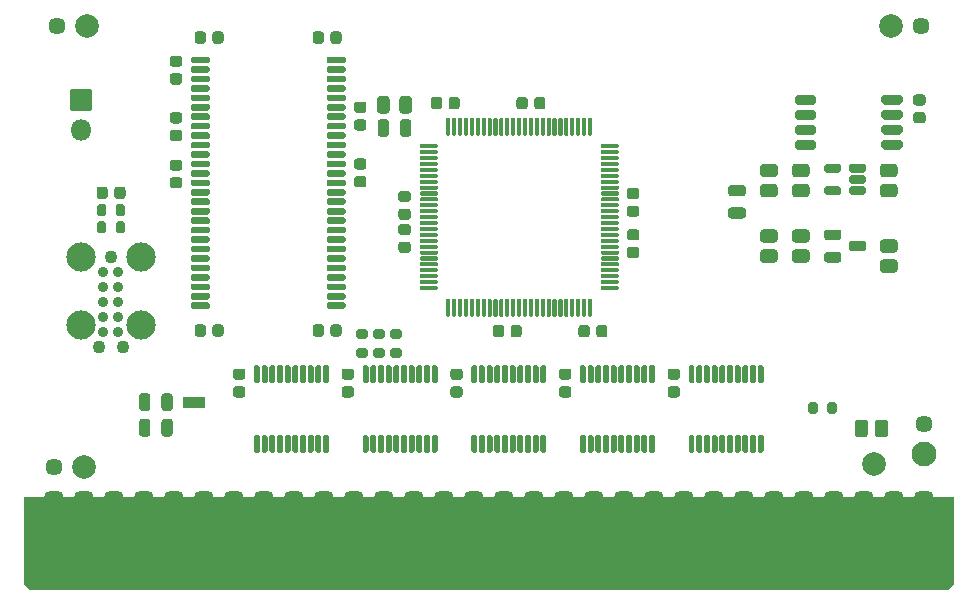
<source format=gts>
G04 #@! TF.GenerationSoftware,KiCad,Pcbnew,(5.1.10-1-10_14)*
G04 #@! TF.CreationDate,2021-06-01T03:38:36-04:00*
G04 #@! TF.ProjectId,RAM2E,52414d32-452e-46b6-9963-61645f706362,2.0*
G04 #@! TF.SameCoordinates,Original*
G04 #@! TF.FileFunction,Soldermask,Top*
G04 #@! TF.FilePolarity,Negative*
%FSLAX46Y46*%
G04 Gerber Fmt 4.6, Leading zero omitted, Abs format (unit mm)*
G04 Created by KiCad (PCBNEW (5.1.10-1-10_14)) date 2021-06-01 03:38:36*
%MOMM*%
%LPD*%
G01*
G04 APERTURE LIST*
%ADD10C,0.076200*%
%ADD11C,0.100000*%
%ADD12C,2.474900*%
%ADD13C,0.887400*%
%ADD14C,1.090600*%
%ADD15O,1.800000X1.800000*%
%ADD16C,2.000000*%
%ADD17C,2.100000*%
%ADD18C,1.448000*%
G04 APERTURE END LIST*
D10*
G36*
X213360000Y-124460000D02*
G01*
X211582000Y-124460000D01*
X211582000Y-123571000D01*
X213360000Y-123571000D01*
X213360000Y-124460000D01*
G37*
X213360000Y-124460000D02*
X211582000Y-124460000D01*
X211582000Y-123571000D01*
X213360000Y-123571000D01*
X213360000Y-124460000D01*
D11*
G36*
X276860000Y-139446000D02*
G01*
X276352000Y-139954000D01*
X198628000Y-139954000D01*
X198120000Y-139446000D01*
X198120000Y-132080000D01*
X276860000Y-132080000D01*
X276860000Y-139446000D01*
G37*
D10*
G36*
X213360000Y-124460000D02*
G01*
X211582000Y-124460000D01*
X211582000Y-123571000D01*
X213360000Y-123571000D01*
X213360000Y-124460000D01*
G37*
X213360000Y-124460000D02*
X211582000Y-124460000D01*
X211582000Y-123571000D01*
X213360000Y-123571000D01*
X213360000Y-124460000D01*
D11*
G36*
X276860000Y-139446000D02*
G01*
X276352000Y-139954000D01*
X198628000Y-139954000D01*
X198120000Y-139446000D01*
X198120000Y-132080000D01*
X276860000Y-132080000D01*
X276860000Y-139446000D01*
G37*
G36*
G01*
X229100000Y-98368750D02*
X229100000Y-99331250D01*
G75*
G02*
X228831250Y-99600000I-268750J0D01*
G01*
X228293750Y-99600000D01*
G75*
G02*
X228025000Y-99331250I0J268750D01*
G01*
X228025000Y-98368750D01*
G75*
G02*
X228293750Y-98100000I268750J0D01*
G01*
X228831250Y-98100000D01*
G75*
G02*
X229100000Y-98368750I0J-268750D01*
G01*
G37*
G36*
G01*
X230975000Y-98368750D02*
X230975000Y-99331250D01*
G75*
G02*
X230706250Y-99600000I-268750J0D01*
G01*
X230168750Y-99600000D01*
G75*
G02*
X229900000Y-99331250I0J268750D01*
G01*
X229900000Y-98368750D01*
G75*
G02*
X230168750Y-98100000I268750J0D01*
G01*
X230706250Y-98100000D01*
G75*
G02*
X230975000Y-98368750I0J-268750D01*
G01*
G37*
G36*
G01*
X229975000Y-101312500D02*
X229975000Y-100287500D01*
G75*
G02*
X230212500Y-100050000I237500J0D01*
G01*
X230687500Y-100050000D01*
G75*
G02*
X230925000Y-100287500I0J-237500D01*
G01*
X230925000Y-101312500D01*
G75*
G02*
X230687500Y-101550000I-237500J0D01*
G01*
X230212500Y-101550000D01*
G75*
G02*
X229975000Y-101312500I0J237500D01*
G01*
G37*
G36*
G01*
X228075000Y-101312500D02*
X228075000Y-100287500D01*
G75*
G02*
X228312500Y-100050000I237500J0D01*
G01*
X228787500Y-100050000D01*
G75*
G02*
X229025000Y-100287500I0J-237500D01*
G01*
X229025000Y-101312500D01*
G75*
G02*
X228787500Y-101550000I-237500J0D01*
G01*
X228312500Y-101550000D01*
G75*
G02*
X228075000Y-101312500I0J237500D01*
G01*
G37*
D12*
X208026000Y-117475000D03*
X202946000Y-117475000D03*
X202946000Y-111760000D03*
X208026000Y-111760000D03*
D13*
X206121000Y-113030000D03*
X206121000Y-114300000D03*
X206121000Y-115570000D03*
X206121000Y-116840000D03*
X206121000Y-118110000D03*
X204851000Y-118110000D03*
X204851000Y-116840000D03*
X204851000Y-115570000D03*
X204851000Y-114300000D03*
X204851000Y-113030000D03*
D14*
X205486000Y-111760000D03*
X204470000Y-119380000D03*
X206502000Y-119380000D03*
G36*
G01*
X234462500Y-122675000D02*
X235037500Y-122675000D01*
G75*
G02*
X235275000Y-122912500I0J-237500D01*
G01*
X235275000Y-123387500D01*
G75*
G02*
X235037500Y-123625000I-237500J0D01*
G01*
X234462500Y-123625000D01*
G75*
G02*
X234225000Y-123387500I0J237500D01*
G01*
X234225000Y-122912500D01*
G75*
G02*
X234462500Y-122675000I237500J0D01*
G01*
G37*
G36*
G01*
X234462500Y-121175000D02*
X235037500Y-121175000D01*
G75*
G02*
X235275000Y-121412500I0J-237500D01*
G01*
X235275000Y-121887500D01*
G75*
G02*
X235037500Y-122125000I-237500J0D01*
G01*
X234462500Y-122125000D01*
G75*
G02*
X234225000Y-121887500I0J237500D01*
G01*
X234225000Y-121412500D01*
G75*
G02*
X234462500Y-121175000I237500J0D01*
G01*
G37*
G36*
G01*
X269425000Y-105912500D02*
X269425000Y-106287500D01*
G75*
G02*
X269237500Y-106475000I-187500J0D01*
G01*
X268162500Y-106475000D01*
G75*
G02*
X267975000Y-106287500I0J187500D01*
G01*
X267975000Y-105912500D01*
G75*
G02*
X268162500Y-105725000I187500J0D01*
G01*
X269237500Y-105725000D01*
G75*
G02*
X269425000Y-105912500I0J-187500D01*
G01*
G37*
G36*
G01*
X269425000Y-104012500D02*
X269425000Y-104387500D01*
G75*
G02*
X269237500Y-104575000I-187500J0D01*
G01*
X268162500Y-104575000D01*
G75*
G02*
X267975000Y-104387500I0J187500D01*
G01*
X267975000Y-104012500D01*
G75*
G02*
X268162500Y-103825000I187500J0D01*
G01*
X269237500Y-103825000D01*
G75*
G02*
X269425000Y-104012500I0J-187500D01*
G01*
G37*
G36*
G01*
X269425000Y-104962500D02*
X269425000Y-105337500D01*
G75*
G02*
X269237500Y-105525000I-187500J0D01*
G01*
X268162500Y-105525000D01*
G75*
G02*
X267975000Y-105337500I0J187500D01*
G01*
X267975000Y-104962500D01*
G75*
G02*
X268162500Y-104775000I187500J0D01*
G01*
X269237500Y-104775000D01*
G75*
G02*
X269425000Y-104962500I0J-187500D01*
G01*
G37*
G36*
G01*
X267325000Y-105912500D02*
X267325000Y-106287500D01*
G75*
G02*
X267137500Y-106475000I-187500J0D01*
G01*
X266062500Y-106475000D01*
G75*
G02*
X265875000Y-106287500I0J187500D01*
G01*
X265875000Y-105912500D01*
G75*
G02*
X266062500Y-105725000I187500J0D01*
G01*
X267137500Y-105725000D01*
G75*
G02*
X267325000Y-105912500I0J-187500D01*
G01*
G37*
G36*
G01*
X267325000Y-104012500D02*
X267325000Y-104387500D01*
G75*
G02*
X267137500Y-104575000I-187500J0D01*
G01*
X266062500Y-104575000D01*
G75*
G02*
X265875000Y-104387500I0J187500D01*
G01*
X265875000Y-104012500D01*
G75*
G02*
X266062500Y-103825000I187500J0D01*
G01*
X267137500Y-103825000D01*
G75*
G02*
X267325000Y-104012500I0J-187500D01*
G01*
G37*
G36*
G01*
X233062000Y-114524000D02*
X231713000Y-114524000D01*
G75*
G02*
X231626000Y-114437000I0J87000D01*
G01*
X231626000Y-114263000D01*
G75*
G02*
X231713000Y-114176000I87000J0D01*
G01*
X233062000Y-114176000D01*
G75*
G02*
X233149000Y-114263000I0J-87000D01*
G01*
X233149000Y-114437000D01*
G75*
G02*
X233062000Y-114524000I-87000J0D01*
G01*
G37*
G36*
G01*
X233062000Y-114024000D02*
X231713000Y-114024000D01*
G75*
G02*
X231626000Y-113937000I0J87000D01*
G01*
X231626000Y-113763000D01*
G75*
G02*
X231713000Y-113676000I87000J0D01*
G01*
X233062000Y-113676000D01*
G75*
G02*
X233149000Y-113763000I0J-87000D01*
G01*
X233149000Y-113937000D01*
G75*
G02*
X233062000Y-114024000I-87000J0D01*
G01*
G37*
G36*
G01*
X233062000Y-113524000D02*
X231713000Y-113524000D01*
G75*
G02*
X231626000Y-113437000I0J87000D01*
G01*
X231626000Y-113263000D01*
G75*
G02*
X231713000Y-113176000I87000J0D01*
G01*
X233062000Y-113176000D01*
G75*
G02*
X233149000Y-113263000I0J-87000D01*
G01*
X233149000Y-113437000D01*
G75*
G02*
X233062000Y-113524000I-87000J0D01*
G01*
G37*
G36*
G01*
X233062000Y-113024000D02*
X231713000Y-113024000D01*
G75*
G02*
X231626000Y-112937000I0J87000D01*
G01*
X231626000Y-112763000D01*
G75*
G02*
X231713000Y-112676000I87000J0D01*
G01*
X233062000Y-112676000D01*
G75*
G02*
X233149000Y-112763000I0J-87000D01*
G01*
X233149000Y-112937000D01*
G75*
G02*
X233062000Y-113024000I-87000J0D01*
G01*
G37*
G36*
G01*
X233062000Y-112524000D02*
X231713000Y-112524000D01*
G75*
G02*
X231626000Y-112437000I0J87000D01*
G01*
X231626000Y-112263000D01*
G75*
G02*
X231713000Y-112176000I87000J0D01*
G01*
X233062000Y-112176000D01*
G75*
G02*
X233149000Y-112263000I0J-87000D01*
G01*
X233149000Y-112437000D01*
G75*
G02*
X233062000Y-112524000I-87000J0D01*
G01*
G37*
G36*
G01*
X233062000Y-112024000D02*
X231713000Y-112024000D01*
G75*
G02*
X231626000Y-111937000I0J87000D01*
G01*
X231626000Y-111763000D01*
G75*
G02*
X231713000Y-111676000I87000J0D01*
G01*
X233062000Y-111676000D01*
G75*
G02*
X233149000Y-111763000I0J-87000D01*
G01*
X233149000Y-111937000D01*
G75*
G02*
X233062000Y-112024000I-87000J0D01*
G01*
G37*
G36*
G01*
X233062000Y-111524000D02*
X231713000Y-111524000D01*
G75*
G02*
X231626000Y-111437000I0J87000D01*
G01*
X231626000Y-111263000D01*
G75*
G02*
X231713000Y-111176000I87000J0D01*
G01*
X233062000Y-111176000D01*
G75*
G02*
X233149000Y-111263000I0J-87000D01*
G01*
X233149000Y-111437000D01*
G75*
G02*
X233062000Y-111524000I-87000J0D01*
G01*
G37*
G36*
G01*
X233062000Y-111024000D02*
X231713000Y-111024000D01*
G75*
G02*
X231626000Y-110937000I0J87000D01*
G01*
X231626000Y-110763000D01*
G75*
G02*
X231713000Y-110676000I87000J0D01*
G01*
X233062000Y-110676000D01*
G75*
G02*
X233149000Y-110763000I0J-87000D01*
G01*
X233149000Y-110937000D01*
G75*
G02*
X233062000Y-111024000I-87000J0D01*
G01*
G37*
G36*
G01*
X233062000Y-110524000D02*
X231713000Y-110524000D01*
G75*
G02*
X231626000Y-110437000I0J87000D01*
G01*
X231626000Y-110263000D01*
G75*
G02*
X231713000Y-110176000I87000J0D01*
G01*
X233062000Y-110176000D01*
G75*
G02*
X233149000Y-110263000I0J-87000D01*
G01*
X233149000Y-110437000D01*
G75*
G02*
X233062000Y-110524000I-87000J0D01*
G01*
G37*
G36*
G01*
X233062000Y-110024000D02*
X231713000Y-110024000D01*
G75*
G02*
X231626000Y-109937000I0J87000D01*
G01*
X231626000Y-109763000D01*
G75*
G02*
X231713000Y-109676000I87000J0D01*
G01*
X233062000Y-109676000D01*
G75*
G02*
X233149000Y-109763000I0J-87000D01*
G01*
X233149000Y-109937000D01*
G75*
G02*
X233062000Y-110024000I-87000J0D01*
G01*
G37*
G36*
G01*
X233062000Y-109524000D02*
X231713000Y-109524000D01*
G75*
G02*
X231626000Y-109437000I0J87000D01*
G01*
X231626000Y-109263000D01*
G75*
G02*
X231713000Y-109176000I87000J0D01*
G01*
X233062000Y-109176000D01*
G75*
G02*
X233149000Y-109263000I0J-87000D01*
G01*
X233149000Y-109437000D01*
G75*
G02*
X233062000Y-109524000I-87000J0D01*
G01*
G37*
G36*
G01*
X233062000Y-109024000D02*
X231713000Y-109024000D01*
G75*
G02*
X231626000Y-108937000I0J87000D01*
G01*
X231626000Y-108763000D01*
G75*
G02*
X231713000Y-108676000I87000J0D01*
G01*
X233062000Y-108676000D01*
G75*
G02*
X233149000Y-108763000I0J-87000D01*
G01*
X233149000Y-108937000D01*
G75*
G02*
X233062000Y-109024000I-87000J0D01*
G01*
G37*
G36*
G01*
X233062000Y-108524000D02*
X231713000Y-108524000D01*
G75*
G02*
X231626000Y-108437000I0J87000D01*
G01*
X231626000Y-108263000D01*
G75*
G02*
X231713000Y-108176000I87000J0D01*
G01*
X233062000Y-108176000D01*
G75*
G02*
X233149000Y-108263000I0J-87000D01*
G01*
X233149000Y-108437000D01*
G75*
G02*
X233062000Y-108524000I-87000J0D01*
G01*
G37*
G36*
G01*
X233062000Y-108024000D02*
X231713000Y-108024000D01*
G75*
G02*
X231626000Y-107937000I0J87000D01*
G01*
X231626000Y-107763000D01*
G75*
G02*
X231713000Y-107676000I87000J0D01*
G01*
X233062000Y-107676000D01*
G75*
G02*
X233149000Y-107763000I0J-87000D01*
G01*
X233149000Y-107937000D01*
G75*
G02*
X233062000Y-108024000I-87000J0D01*
G01*
G37*
G36*
G01*
X233062000Y-107524000D02*
X231713000Y-107524000D01*
G75*
G02*
X231626000Y-107437000I0J87000D01*
G01*
X231626000Y-107263000D01*
G75*
G02*
X231713000Y-107176000I87000J0D01*
G01*
X233062000Y-107176000D01*
G75*
G02*
X233149000Y-107263000I0J-87000D01*
G01*
X233149000Y-107437000D01*
G75*
G02*
X233062000Y-107524000I-87000J0D01*
G01*
G37*
G36*
G01*
X233062000Y-107024000D02*
X231713000Y-107024000D01*
G75*
G02*
X231626000Y-106937000I0J87000D01*
G01*
X231626000Y-106763000D01*
G75*
G02*
X231713000Y-106676000I87000J0D01*
G01*
X233062000Y-106676000D01*
G75*
G02*
X233149000Y-106763000I0J-87000D01*
G01*
X233149000Y-106937000D01*
G75*
G02*
X233062000Y-107024000I-87000J0D01*
G01*
G37*
G36*
G01*
X233062000Y-106524000D02*
X231713000Y-106524000D01*
G75*
G02*
X231626000Y-106437000I0J87000D01*
G01*
X231626000Y-106263000D01*
G75*
G02*
X231713000Y-106176000I87000J0D01*
G01*
X233062000Y-106176000D01*
G75*
G02*
X233149000Y-106263000I0J-87000D01*
G01*
X233149000Y-106437000D01*
G75*
G02*
X233062000Y-106524000I-87000J0D01*
G01*
G37*
G36*
G01*
X233062000Y-106024000D02*
X231713000Y-106024000D01*
G75*
G02*
X231626000Y-105937000I0J87000D01*
G01*
X231626000Y-105763000D01*
G75*
G02*
X231713000Y-105676000I87000J0D01*
G01*
X233062000Y-105676000D01*
G75*
G02*
X233149000Y-105763000I0J-87000D01*
G01*
X233149000Y-105937000D01*
G75*
G02*
X233062000Y-106024000I-87000J0D01*
G01*
G37*
G36*
G01*
X233062000Y-105524000D02*
X231713000Y-105524000D01*
G75*
G02*
X231626000Y-105437000I0J87000D01*
G01*
X231626000Y-105263000D01*
G75*
G02*
X231713000Y-105176000I87000J0D01*
G01*
X233062000Y-105176000D01*
G75*
G02*
X233149000Y-105263000I0J-87000D01*
G01*
X233149000Y-105437000D01*
G75*
G02*
X233062000Y-105524000I-87000J0D01*
G01*
G37*
G36*
G01*
X233062000Y-105024000D02*
X231713000Y-105024000D01*
G75*
G02*
X231626000Y-104937000I0J87000D01*
G01*
X231626000Y-104763000D01*
G75*
G02*
X231713000Y-104676000I87000J0D01*
G01*
X233062000Y-104676000D01*
G75*
G02*
X233149000Y-104763000I0J-87000D01*
G01*
X233149000Y-104937000D01*
G75*
G02*
X233062000Y-105024000I-87000J0D01*
G01*
G37*
G36*
G01*
X233062000Y-104524000D02*
X231713000Y-104524000D01*
G75*
G02*
X231626000Y-104437000I0J87000D01*
G01*
X231626000Y-104263000D01*
G75*
G02*
X231713000Y-104176000I87000J0D01*
G01*
X233062000Y-104176000D01*
G75*
G02*
X233149000Y-104263000I0J-87000D01*
G01*
X233149000Y-104437000D01*
G75*
G02*
X233062000Y-104524000I-87000J0D01*
G01*
G37*
G36*
G01*
X233062000Y-104024000D02*
X231713000Y-104024000D01*
G75*
G02*
X231626000Y-103937000I0J87000D01*
G01*
X231626000Y-103763000D01*
G75*
G02*
X231713000Y-103676000I87000J0D01*
G01*
X233062000Y-103676000D01*
G75*
G02*
X233149000Y-103763000I0J-87000D01*
G01*
X233149000Y-103937000D01*
G75*
G02*
X233062000Y-104024000I-87000J0D01*
G01*
G37*
G36*
G01*
X233062000Y-103524000D02*
X231713000Y-103524000D01*
G75*
G02*
X231626000Y-103437000I0J87000D01*
G01*
X231626000Y-103263000D01*
G75*
G02*
X231713000Y-103176000I87000J0D01*
G01*
X233062000Y-103176000D01*
G75*
G02*
X233149000Y-103263000I0J-87000D01*
G01*
X233149000Y-103437000D01*
G75*
G02*
X233062000Y-103524000I-87000J0D01*
G01*
G37*
G36*
G01*
X233062000Y-103024000D02*
X231713000Y-103024000D01*
G75*
G02*
X231626000Y-102937000I0J87000D01*
G01*
X231626000Y-102763000D01*
G75*
G02*
X231713000Y-102676000I87000J0D01*
G01*
X233062000Y-102676000D01*
G75*
G02*
X233149000Y-102763000I0J-87000D01*
G01*
X233149000Y-102937000D01*
G75*
G02*
X233062000Y-103024000I-87000J0D01*
G01*
G37*
G36*
G01*
X233062000Y-102524000D02*
X231713000Y-102524000D01*
G75*
G02*
X231626000Y-102437000I0J87000D01*
G01*
X231626000Y-102263000D01*
G75*
G02*
X231713000Y-102176000I87000J0D01*
G01*
X233062000Y-102176000D01*
G75*
G02*
X233149000Y-102263000I0J-87000D01*
G01*
X233149000Y-102437000D01*
G75*
G02*
X233062000Y-102524000I-87000J0D01*
G01*
G37*
G36*
G01*
X234137000Y-101449000D02*
X233963000Y-101449000D01*
G75*
G02*
X233876000Y-101362000I0J87000D01*
G01*
X233876000Y-100013000D01*
G75*
G02*
X233963000Y-99926000I87000J0D01*
G01*
X234137000Y-99926000D01*
G75*
G02*
X234224000Y-100013000I0J-87000D01*
G01*
X234224000Y-101362000D01*
G75*
G02*
X234137000Y-101449000I-87000J0D01*
G01*
G37*
G36*
G01*
X234637000Y-101449000D02*
X234463000Y-101449000D01*
G75*
G02*
X234376000Y-101362000I0J87000D01*
G01*
X234376000Y-100013000D01*
G75*
G02*
X234463000Y-99926000I87000J0D01*
G01*
X234637000Y-99926000D01*
G75*
G02*
X234724000Y-100013000I0J-87000D01*
G01*
X234724000Y-101362000D01*
G75*
G02*
X234637000Y-101449000I-87000J0D01*
G01*
G37*
G36*
G01*
X235137000Y-101449000D02*
X234963000Y-101449000D01*
G75*
G02*
X234876000Y-101362000I0J87000D01*
G01*
X234876000Y-100013000D01*
G75*
G02*
X234963000Y-99926000I87000J0D01*
G01*
X235137000Y-99926000D01*
G75*
G02*
X235224000Y-100013000I0J-87000D01*
G01*
X235224000Y-101362000D01*
G75*
G02*
X235137000Y-101449000I-87000J0D01*
G01*
G37*
G36*
G01*
X235637000Y-101449000D02*
X235463000Y-101449000D01*
G75*
G02*
X235376000Y-101362000I0J87000D01*
G01*
X235376000Y-100013000D01*
G75*
G02*
X235463000Y-99926000I87000J0D01*
G01*
X235637000Y-99926000D01*
G75*
G02*
X235724000Y-100013000I0J-87000D01*
G01*
X235724000Y-101362000D01*
G75*
G02*
X235637000Y-101449000I-87000J0D01*
G01*
G37*
G36*
G01*
X236137000Y-101449000D02*
X235963000Y-101449000D01*
G75*
G02*
X235876000Y-101362000I0J87000D01*
G01*
X235876000Y-100013000D01*
G75*
G02*
X235963000Y-99926000I87000J0D01*
G01*
X236137000Y-99926000D01*
G75*
G02*
X236224000Y-100013000I0J-87000D01*
G01*
X236224000Y-101362000D01*
G75*
G02*
X236137000Y-101449000I-87000J0D01*
G01*
G37*
G36*
G01*
X236637000Y-101449000D02*
X236463000Y-101449000D01*
G75*
G02*
X236376000Y-101362000I0J87000D01*
G01*
X236376000Y-100013000D01*
G75*
G02*
X236463000Y-99926000I87000J0D01*
G01*
X236637000Y-99926000D01*
G75*
G02*
X236724000Y-100013000I0J-87000D01*
G01*
X236724000Y-101362000D01*
G75*
G02*
X236637000Y-101449000I-87000J0D01*
G01*
G37*
G36*
G01*
X237137000Y-101449000D02*
X236963000Y-101449000D01*
G75*
G02*
X236876000Y-101362000I0J87000D01*
G01*
X236876000Y-100013000D01*
G75*
G02*
X236963000Y-99926000I87000J0D01*
G01*
X237137000Y-99926000D01*
G75*
G02*
X237224000Y-100013000I0J-87000D01*
G01*
X237224000Y-101362000D01*
G75*
G02*
X237137000Y-101449000I-87000J0D01*
G01*
G37*
G36*
G01*
X237637000Y-101449000D02*
X237463000Y-101449000D01*
G75*
G02*
X237376000Y-101362000I0J87000D01*
G01*
X237376000Y-100013000D01*
G75*
G02*
X237463000Y-99926000I87000J0D01*
G01*
X237637000Y-99926000D01*
G75*
G02*
X237724000Y-100013000I0J-87000D01*
G01*
X237724000Y-101362000D01*
G75*
G02*
X237637000Y-101449000I-87000J0D01*
G01*
G37*
G36*
G01*
X238137000Y-101449000D02*
X237963000Y-101449000D01*
G75*
G02*
X237876000Y-101362000I0J87000D01*
G01*
X237876000Y-100013000D01*
G75*
G02*
X237963000Y-99926000I87000J0D01*
G01*
X238137000Y-99926000D01*
G75*
G02*
X238224000Y-100013000I0J-87000D01*
G01*
X238224000Y-101362000D01*
G75*
G02*
X238137000Y-101449000I-87000J0D01*
G01*
G37*
G36*
G01*
X238637000Y-101449000D02*
X238463000Y-101449000D01*
G75*
G02*
X238376000Y-101362000I0J87000D01*
G01*
X238376000Y-100013000D01*
G75*
G02*
X238463000Y-99926000I87000J0D01*
G01*
X238637000Y-99926000D01*
G75*
G02*
X238724000Y-100013000I0J-87000D01*
G01*
X238724000Y-101362000D01*
G75*
G02*
X238637000Y-101449000I-87000J0D01*
G01*
G37*
G36*
G01*
X239137000Y-101449000D02*
X238963000Y-101449000D01*
G75*
G02*
X238876000Y-101362000I0J87000D01*
G01*
X238876000Y-100013000D01*
G75*
G02*
X238963000Y-99926000I87000J0D01*
G01*
X239137000Y-99926000D01*
G75*
G02*
X239224000Y-100013000I0J-87000D01*
G01*
X239224000Y-101362000D01*
G75*
G02*
X239137000Y-101449000I-87000J0D01*
G01*
G37*
G36*
G01*
X239637000Y-101449000D02*
X239463000Y-101449000D01*
G75*
G02*
X239376000Y-101362000I0J87000D01*
G01*
X239376000Y-100013000D01*
G75*
G02*
X239463000Y-99926000I87000J0D01*
G01*
X239637000Y-99926000D01*
G75*
G02*
X239724000Y-100013000I0J-87000D01*
G01*
X239724000Y-101362000D01*
G75*
G02*
X239637000Y-101449000I-87000J0D01*
G01*
G37*
G36*
G01*
X240137000Y-101449000D02*
X239963000Y-101449000D01*
G75*
G02*
X239876000Y-101362000I0J87000D01*
G01*
X239876000Y-100013000D01*
G75*
G02*
X239963000Y-99926000I87000J0D01*
G01*
X240137000Y-99926000D01*
G75*
G02*
X240224000Y-100013000I0J-87000D01*
G01*
X240224000Y-101362000D01*
G75*
G02*
X240137000Y-101449000I-87000J0D01*
G01*
G37*
G36*
G01*
X240637000Y-101449000D02*
X240463000Y-101449000D01*
G75*
G02*
X240376000Y-101362000I0J87000D01*
G01*
X240376000Y-100013000D01*
G75*
G02*
X240463000Y-99926000I87000J0D01*
G01*
X240637000Y-99926000D01*
G75*
G02*
X240724000Y-100013000I0J-87000D01*
G01*
X240724000Y-101362000D01*
G75*
G02*
X240637000Y-101449000I-87000J0D01*
G01*
G37*
G36*
G01*
X241137000Y-101449000D02*
X240963000Y-101449000D01*
G75*
G02*
X240876000Y-101362000I0J87000D01*
G01*
X240876000Y-100013000D01*
G75*
G02*
X240963000Y-99926000I87000J0D01*
G01*
X241137000Y-99926000D01*
G75*
G02*
X241224000Y-100013000I0J-87000D01*
G01*
X241224000Y-101362000D01*
G75*
G02*
X241137000Y-101449000I-87000J0D01*
G01*
G37*
G36*
G01*
X241637000Y-101449000D02*
X241463000Y-101449000D01*
G75*
G02*
X241376000Y-101362000I0J87000D01*
G01*
X241376000Y-100013000D01*
G75*
G02*
X241463000Y-99926000I87000J0D01*
G01*
X241637000Y-99926000D01*
G75*
G02*
X241724000Y-100013000I0J-87000D01*
G01*
X241724000Y-101362000D01*
G75*
G02*
X241637000Y-101449000I-87000J0D01*
G01*
G37*
G36*
G01*
X242137000Y-101449000D02*
X241963000Y-101449000D01*
G75*
G02*
X241876000Y-101362000I0J87000D01*
G01*
X241876000Y-100013000D01*
G75*
G02*
X241963000Y-99926000I87000J0D01*
G01*
X242137000Y-99926000D01*
G75*
G02*
X242224000Y-100013000I0J-87000D01*
G01*
X242224000Y-101362000D01*
G75*
G02*
X242137000Y-101449000I-87000J0D01*
G01*
G37*
G36*
G01*
X242637000Y-101449000D02*
X242463000Y-101449000D01*
G75*
G02*
X242376000Y-101362000I0J87000D01*
G01*
X242376000Y-100013000D01*
G75*
G02*
X242463000Y-99926000I87000J0D01*
G01*
X242637000Y-99926000D01*
G75*
G02*
X242724000Y-100013000I0J-87000D01*
G01*
X242724000Y-101362000D01*
G75*
G02*
X242637000Y-101449000I-87000J0D01*
G01*
G37*
G36*
G01*
X243137000Y-101449000D02*
X242963000Y-101449000D01*
G75*
G02*
X242876000Y-101362000I0J87000D01*
G01*
X242876000Y-100013000D01*
G75*
G02*
X242963000Y-99926000I87000J0D01*
G01*
X243137000Y-99926000D01*
G75*
G02*
X243224000Y-100013000I0J-87000D01*
G01*
X243224000Y-101362000D01*
G75*
G02*
X243137000Y-101449000I-87000J0D01*
G01*
G37*
G36*
G01*
X243637000Y-101449000D02*
X243463000Y-101449000D01*
G75*
G02*
X243376000Y-101362000I0J87000D01*
G01*
X243376000Y-100013000D01*
G75*
G02*
X243463000Y-99926000I87000J0D01*
G01*
X243637000Y-99926000D01*
G75*
G02*
X243724000Y-100013000I0J-87000D01*
G01*
X243724000Y-101362000D01*
G75*
G02*
X243637000Y-101449000I-87000J0D01*
G01*
G37*
G36*
G01*
X244137000Y-101449000D02*
X243963000Y-101449000D01*
G75*
G02*
X243876000Y-101362000I0J87000D01*
G01*
X243876000Y-100013000D01*
G75*
G02*
X243963000Y-99926000I87000J0D01*
G01*
X244137000Y-99926000D01*
G75*
G02*
X244224000Y-100013000I0J-87000D01*
G01*
X244224000Y-101362000D01*
G75*
G02*
X244137000Y-101449000I-87000J0D01*
G01*
G37*
G36*
G01*
X244637000Y-101449000D02*
X244463000Y-101449000D01*
G75*
G02*
X244376000Y-101362000I0J87000D01*
G01*
X244376000Y-100013000D01*
G75*
G02*
X244463000Y-99926000I87000J0D01*
G01*
X244637000Y-99926000D01*
G75*
G02*
X244724000Y-100013000I0J-87000D01*
G01*
X244724000Y-101362000D01*
G75*
G02*
X244637000Y-101449000I-87000J0D01*
G01*
G37*
G36*
G01*
X245137000Y-101449000D02*
X244963000Y-101449000D01*
G75*
G02*
X244876000Y-101362000I0J87000D01*
G01*
X244876000Y-100013000D01*
G75*
G02*
X244963000Y-99926000I87000J0D01*
G01*
X245137000Y-99926000D01*
G75*
G02*
X245224000Y-100013000I0J-87000D01*
G01*
X245224000Y-101362000D01*
G75*
G02*
X245137000Y-101449000I-87000J0D01*
G01*
G37*
G36*
G01*
X245637000Y-101449000D02*
X245463000Y-101449000D01*
G75*
G02*
X245376000Y-101362000I0J87000D01*
G01*
X245376000Y-100013000D01*
G75*
G02*
X245463000Y-99926000I87000J0D01*
G01*
X245637000Y-99926000D01*
G75*
G02*
X245724000Y-100013000I0J-87000D01*
G01*
X245724000Y-101362000D01*
G75*
G02*
X245637000Y-101449000I-87000J0D01*
G01*
G37*
G36*
G01*
X246137000Y-101449000D02*
X245963000Y-101449000D01*
G75*
G02*
X245876000Y-101362000I0J87000D01*
G01*
X245876000Y-100013000D01*
G75*
G02*
X245963000Y-99926000I87000J0D01*
G01*
X246137000Y-99926000D01*
G75*
G02*
X246224000Y-100013000I0J-87000D01*
G01*
X246224000Y-101362000D01*
G75*
G02*
X246137000Y-101449000I-87000J0D01*
G01*
G37*
G36*
G01*
X248387000Y-102524000D02*
X247038000Y-102524000D01*
G75*
G02*
X246951000Y-102437000I0J87000D01*
G01*
X246951000Y-102263000D01*
G75*
G02*
X247038000Y-102176000I87000J0D01*
G01*
X248387000Y-102176000D01*
G75*
G02*
X248474000Y-102263000I0J-87000D01*
G01*
X248474000Y-102437000D01*
G75*
G02*
X248387000Y-102524000I-87000J0D01*
G01*
G37*
G36*
G01*
X248387000Y-103024000D02*
X247038000Y-103024000D01*
G75*
G02*
X246951000Y-102937000I0J87000D01*
G01*
X246951000Y-102763000D01*
G75*
G02*
X247038000Y-102676000I87000J0D01*
G01*
X248387000Y-102676000D01*
G75*
G02*
X248474000Y-102763000I0J-87000D01*
G01*
X248474000Y-102937000D01*
G75*
G02*
X248387000Y-103024000I-87000J0D01*
G01*
G37*
G36*
G01*
X248387000Y-103524000D02*
X247038000Y-103524000D01*
G75*
G02*
X246951000Y-103437000I0J87000D01*
G01*
X246951000Y-103263000D01*
G75*
G02*
X247038000Y-103176000I87000J0D01*
G01*
X248387000Y-103176000D01*
G75*
G02*
X248474000Y-103263000I0J-87000D01*
G01*
X248474000Y-103437000D01*
G75*
G02*
X248387000Y-103524000I-87000J0D01*
G01*
G37*
G36*
G01*
X248387000Y-104024000D02*
X247038000Y-104024000D01*
G75*
G02*
X246951000Y-103937000I0J87000D01*
G01*
X246951000Y-103763000D01*
G75*
G02*
X247038000Y-103676000I87000J0D01*
G01*
X248387000Y-103676000D01*
G75*
G02*
X248474000Y-103763000I0J-87000D01*
G01*
X248474000Y-103937000D01*
G75*
G02*
X248387000Y-104024000I-87000J0D01*
G01*
G37*
G36*
G01*
X248387000Y-104524000D02*
X247038000Y-104524000D01*
G75*
G02*
X246951000Y-104437000I0J87000D01*
G01*
X246951000Y-104263000D01*
G75*
G02*
X247038000Y-104176000I87000J0D01*
G01*
X248387000Y-104176000D01*
G75*
G02*
X248474000Y-104263000I0J-87000D01*
G01*
X248474000Y-104437000D01*
G75*
G02*
X248387000Y-104524000I-87000J0D01*
G01*
G37*
G36*
G01*
X248387000Y-105024000D02*
X247038000Y-105024000D01*
G75*
G02*
X246951000Y-104937000I0J87000D01*
G01*
X246951000Y-104763000D01*
G75*
G02*
X247038000Y-104676000I87000J0D01*
G01*
X248387000Y-104676000D01*
G75*
G02*
X248474000Y-104763000I0J-87000D01*
G01*
X248474000Y-104937000D01*
G75*
G02*
X248387000Y-105024000I-87000J0D01*
G01*
G37*
G36*
G01*
X248387000Y-105524000D02*
X247038000Y-105524000D01*
G75*
G02*
X246951000Y-105437000I0J87000D01*
G01*
X246951000Y-105263000D01*
G75*
G02*
X247038000Y-105176000I87000J0D01*
G01*
X248387000Y-105176000D01*
G75*
G02*
X248474000Y-105263000I0J-87000D01*
G01*
X248474000Y-105437000D01*
G75*
G02*
X248387000Y-105524000I-87000J0D01*
G01*
G37*
G36*
G01*
X248387000Y-106024000D02*
X247038000Y-106024000D01*
G75*
G02*
X246951000Y-105937000I0J87000D01*
G01*
X246951000Y-105763000D01*
G75*
G02*
X247038000Y-105676000I87000J0D01*
G01*
X248387000Y-105676000D01*
G75*
G02*
X248474000Y-105763000I0J-87000D01*
G01*
X248474000Y-105937000D01*
G75*
G02*
X248387000Y-106024000I-87000J0D01*
G01*
G37*
G36*
G01*
X248387000Y-106524000D02*
X247038000Y-106524000D01*
G75*
G02*
X246951000Y-106437000I0J87000D01*
G01*
X246951000Y-106263000D01*
G75*
G02*
X247038000Y-106176000I87000J0D01*
G01*
X248387000Y-106176000D01*
G75*
G02*
X248474000Y-106263000I0J-87000D01*
G01*
X248474000Y-106437000D01*
G75*
G02*
X248387000Y-106524000I-87000J0D01*
G01*
G37*
G36*
G01*
X248387000Y-107024000D02*
X247038000Y-107024000D01*
G75*
G02*
X246951000Y-106937000I0J87000D01*
G01*
X246951000Y-106763000D01*
G75*
G02*
X247038000Y-106676000I87000J0D01*
G01*
X248387000Y-106676000D01*
G75*
G02*
X248474000Y-106763000I0J-87000D01*
G01*
X248474000Y-106937000D01*
G75*
G02*
X248387000Y-107024000I-87000J0D01*
G01*
G37*
G36*
G01*
X248387000Y-107524000D02*
X247038000Y-107524000D01*
G75*
G02*
X246951000Y-107437000I0J87000D01*
G01*
X246951000Y-107263000D01*
G75*
G02*
X247038000Y-107176000I87000J0D01*
G01*
X248387000Y-107176000D01*
G75*
G02*
X248474000Y-107263000I0J-87000D01*
G01*
X248474000Y-107437000D01*
G75*
G02*
X248387000Y-107524000I-87000J0D01*
G01*
G37*
G36*
G01*
X248387000Y-108024000D02*
X247038000Y-108024000D01*
G75*
G02*
X246951000Y-107937000I0J87000D01*
G01*
X246951000Y-107763000D01*
G75*
G02*
X247038000Y-107676000I87000J0D01*
G01*
X248387000Y-107676000D01*
G75*
G02*
X248474000Y-107763000I0J-87000D01*
G01*
X248474000Y-107937000D01*
G75*
G02*
X248387000Y-108024000I-87000J0D01*
G01*
G37*
G36*
G01*
X248387000Y-108524000D02*
X247038000Y-108524000D01*
G75*
G02*
X246951000Y-108437000I0J87000D01*
G01*
X246951000Y-108263000D01*
G75*
G02*
X247038000Y-108176000I87000J0D01*
G01*
X248387000Y-108176000D01*
G75*
G02*
X248474000Y-108263000I0J-87000D01*
G01*
X248474000Y-108437000D01*
G75*
G02*
X248387000Y-108524000I-87000J0D01*
G01*
G37*
G36*
G01*
X248387000Y-109024000D02*
X247038000Y-109024000D01*
G75*
G02*
X246951000Y-108937000I0J87000D01*
G01*
X246951000Y-108763000D01*
G75*
G02*
X247038000Y-108676000I87000J0D01*
G01*
X248387000Y-108676000D01*
G75*
G02*
X248474000Y-108763000I0J-87000D01*
G01*
X248474000Y-108937000D01*
G75*
G02*
X248387000Y-109024000I-87000J0D01*
G01*
G37*
G36*
G01*
X248387000Y-109524000D02*
X247038000Y-109524000D01*
G75*
G02*
X246951000Y-109437000I0J87000D01*
G01*
X246951000Y-109263000D01*
G75*
G02*
X247038000Y-109176000I87000J0D01*
G01*
X248387000Y-109176000D01*
G75*
G02*
X248474000Y-109263000I0J-87000D01*
G01*
X248474000Y-109437000D01*
G75*
G02*
X248387000Y-109524000I-87000J0D01*
G01*
G37*
G36*
G01*
X248387000Y-110024000D02*
X247038000Y-110024000D01*
G75*
G02*
X246951000Y-109937000I0J87000D01*
G01*
X246951000Y-109763000D01*
G75*
G02*
X247038000Y-109676000I87000J0D01*
G01*
X248387000Y-109676000D01*
G75*
G02*
X248474000Y-109763000I0J-87000D01*
G01*
X248474000Y-109937000D01*
G75*
G02*
X248387000Y-110024000I-87000J0D01*
G01*
G37*
G36*
G01*
X248387000Y-110524000D02*
X247038000Y-110524000D01*
G75*
G02*
X246951000Y-110437000I0J87000D01*
G01*
X246951000Y-110263000D01*
G75*
G02*
X247038000Y-110176000I87000J0D01*
G01*
X248387000Y-110176000D01*
G75*
G02*
X248474000Y-110263000I0J-87000D01*
G01*
X248474000Y-110437000D01*
G75*
G02*
X248387000Y-110524000I-87000J0D01*
G01*
G37*
G36*
G01*
X248387000Y-111024000D02*
X247038000Y-111024000D01*
G75*
G02*
X246951000Y-110937000I0J87000D01*
G01*
X246951000Y-110763000D01*
G75*
G02*
X247038000Y-110676000I87000J0D01*
G01*
X248387000Y-110676000D01*
G75*
G02*
X248474000Y-110763000I0J-87000D01*
G01*
X248474000Y-110937000D01*
G75*
G02*
X248387000Y-111024000I-87000J0D01*
G01*
G37*
G36*
G01*
X248387000Y-111524000D02*
X247038000Y-111524000D01*
G75*
G02*
X246951000Y-111437000I0J87000D01*
G01*
X246951000Y-111263000D01*
G75*
G02*
X247038000Y-111176000I87000J0D01*
G01*
X248387000Y-111176000D01*
G75*
G02*
X248474000Y-111263000I0J-87000D01*
G01*
X248474000Y-111437000D01*
G75*
G02*
X248387000Y-111524000I-87000J0D01*
G01*
G37*
G36*
G01*
X248387000Y-112024000D02*
X247038000Y-112024000D01*
G75*
G02*
X246951000Y-111937000I0J87000D01*
G01*
X246951000Y-111763000D01*
G75*
G02*
X247038000Y-111676000I87000J0D01*
G01*
X248387000Y-111676000D01*
G75*
G02*
X248474000Y-111763000I0J-87000D01*
G01*
X248474000Y-111937000D01*
G75*
G02*
X248387000Y-112024000I-87000J0D01*
G01*
G37*
G36*
G01*
X248387000Y-112524000D02*
X247038000Y-112524000D01*
G75*
G02*
X246951000Y-112437000I0J87000D01*
G01*
X246951000Y-112263000D01*
G75*
G02*
X247038000Y-112176000I87000J0D01*
G01*
X248387000Y-112176000D01*
G75*
G02*
X248474000Y-112263000I0J-87000D01*
G01*
X248474000Y-112437000D01*
G75*
G02*
X248387000Y-112524000I-87000J0D01*
G01*
G37*
G36*
G01*
X248387000Y-113024000D02*
X247038000Y-113024000D01*
G75*
G02*
X246951000Y-112937000I0J87000D01*
G01*
X246951000Y-112763000D01*
G75*
G02*
X247038000Y-112676000I87000J0D01*
G01*
X248387000Y-112676000D01*
G75*
G02*
X248474000Y-112763000I0J-87000D01*
G01*
X248474000Y-112937000D01*
G75*
G02*
X248387000Y-113024000I-87000J0D01*
G01*
G37*
G36*
G01*
X248387000Y-113524000D02*
X247038000Y-113524000D01*
G75*
G02*
X246951000Y-113437000I0J87000D01*
G01*
X246951000Y-113263000D01*
G75*
G02*
X247038000Y-113176000I87000J0D01*
G01*
X248387000Y-113176000D01*
G75*
G02*
X248474000Y-113263000I0J-87000D01*
G01*
X248474000Y-113437000D01*
G75*
G02*
X248387000Y-113524000I-87000J0D01*
G01*
G37*
G36*
G01*
X248387000Y-114024000D02*
X247038000Y-114024000D01*
G75*
G02*
X246951000Y-113937000I0J87000D01*
G01*
X246951000Y-113763000D01*
G75*
G02*
X247038000Y-113676000I87000J0D01*
G01*
X248387000Y-113676000D01*
G75*
G02*
X248474000Y-113763000I0J-87000D01*
G01*
X248474000Y-113937000D01*
G75*
G02*
X248387000Y-114024000I-87000J0D01*
G01*
G37*
G36*
G01*
X248387000Y-114524000D02*
X247038000Y-114524000D01*
G75*
G02*
X246951000Y-114437000I0J87000D01*
G01*
X246951000Y-114263000D01*
G75*
G02*
X247038000Y-114176000I87000J0D01*
G01*
X248387000Y-114176000D01*
G75*
G02*
X248474000Y-114263000I0J-87000D01*
G01*
X248474000Y-114437000D01*
G75*
G02*
X248387000Y-114524000I-87000J0D01*
G01*
G37*
G36*
G01*
X246137000Y-116774000D02*
X245963000Y-116774000D01*
G75*
G02*
X245876000Y-116687000I0J87000D01*
G01*
X245876000Y-115338000D01*
G75*
G02*
X245963000Y-115251000I87000J0D01*
G01*
X246137000Y-115251000D01*
G75*
G02*
X246224000Y-115338000I0J-87000D01*
G01*
X246224000Y-116687000D01*
G75*
G02*
X246137000Y-116774000I-87000J0D01*
G01*
G37*
G36*
G01*
X245637000Y-116774000D02*
X245463000Y-116774000D01*
G75*
G02*
X245376000Y-116687000I0J87000D01*
G01*
X245376000Y-115338000D01*
G75*
G02*
X245463000Y-115251000I87000J0D01*
G01*
X245637000Y-115251000D01*
G75*
G02*
X245724000Y-115338000I0J-87000D01*
G01*
X245724000Y-116687000D01*
G75*
G02*
X245637000Y-116774000I-87000J0D01*
G01*
G37*
G36*
G01*
X245137000Y-116774000D02*
X244963000Y-116774000D01*
G75*
G02*
X244876000Y-116687000I0J87000D01*
G01*
X244876000Y-115338000D01*
G75*
G02*
X244963000Y-115251000I87000J0D01*
G01*
X245137000Y-115251000D01*
G75*
G02*
X245224000Y-115338000I0J-87000D01*
G01*
X245224000Y-116687000D01*
G75*
G02*
X245137000Y-116774000I-87000J0D01*
G01*
G37*
G36*
G01*
X244637000Y-116774000D02*
X244463000Y-116774000D01*
G75*
G02*
X244376000Y-116687000I0J87000D01*
G01*
X244376000Y-115338000D01*
G75*
G02*
X244463000Y-115251000I87000J0D01*
G01*
X244637000Y-115251000D01*
G75*
G02*
X244724000Y-115338000I0J-87000D01*
G01*
X244724000Y-116687000D01*
G75*
G02*
X244637000Y-116774000I-87000J0D01*
G01*
G37*
G36*
G01*
X244137000Y-116774000D02*
X243963000Y-116774000D01*
G75*
G02*
X243876000Y-116687000I0J87000D01*
G01*
X243876000Y-115338000D01*
G75*
G02*
X243963000Y-115251000I87000J0D01*
G01*
X244137000Y-115251000D01*
G75*
G02*
X244224000Y-115338000I0J-87000D01*
G01*
X244224000Y-116687000D01*
G75*
G02*
X244137000Y-116774000I-87000J0D01*
G01*
G37*
G36*
G01*
X243637000Y-116774000D02*
X243463000Y-116774000D01*
G75*
G02*
X243376000Y-116687000I0J87000D01*
G01*
X243376000Y-115338000D01*
G75*
G02*
X243463000Y-115251000I87000J0D01*
G01*
X243637000Y-115251000D01*
G75*
G02*
X243724000Y-115338000I0J-87000D01*
G01*
X243724000Y-116687000D01*
G75*
G02*
X243637000Y-116774000I-87000J0D01*
G01*
G37*
G36*
G01*
X243137000Y-116774000D02*
X242963000Y-116774000D01*
G75*
G02*
X242876000Y-116687000I0J87000D01*
G01*
X242876000Y-115338000D01*
G75*
G02*
X242963000Y-115251000I87000J0D01*
G01*
X243137000Y-115251000D01*
G75*
G02*
X243224000Y-115338000I0J-87000D01*
G01*
X243224000Y-116687000D01*
G75*
G02*
X243137000Y-116774000I-87000J0D01*
G01*
G37*
G36*
G01*
X242637000Y-116774000D02*
X242463000Y-116774000D01*
G75*
G02*
X242376000Y-116687000I0J87000D01*
G01*
X242376000Y-115338000D01*
G75*
G02*
X242463000Y-115251000I87000J0D01*
G01*
X242637000Y-115251000D01*
G75*
G02*
X242724000Y-115338000I0J-87000D01*
G01*
X242724000Y-116687000D01*
G75*
G02*
X242637000Y-116774000I-87000J0D01*
G01*
G37*
G36*
G01*
X242137000Y-116774000D02*
X241963000Y-116774000D01*
G75*
G02*
X241876000Y-116687000I0J87000D01*
G01*
X241876000Y-115338000D01*
G75*
G02*
X241963000Y-115251000I87000J0D01*
G01*
X242137000Y-115251000D01*
G75*
G02*
X242224000Y-115338000I0J-87000D01*
G01*
X242224000Y-116687000D01*
G75*
G02*
X242137000Y-116774000I-87000J0D01*
G01*
G37*
G36*
G01*
X241637000Y-116774000D02*
X241463000Y-116774000D01*
G75*
G02*
X241376000Y-116687000I0J87000D01*
G01*
X241376000Y-115338000D01*
G75*
G02*
X241463000Y-115251000I87000J0D01*
G01*
X241637000Y-115251000D01*
G75*
G02*
X241724000Y-115338000I0J-87000D01*
G01*
X241724000Y-116687000D01*
G75*
G02*
X241637000Y-116774000I-87000J0D01*
G01*
G37*
G36*
G01*
X241137000Y-116774000D02*
X240963000Y-116774000D01*
G75*
G02*
X240876000Y-116687000I0J87000D01*
G01*
X240876000Y-115338000D01*
G75*
G02*
X240963000Y-115251000I87000J0D01*
G01*
X241137000Y-115251000D01*
G75*
G02*
X241224000Y-115338000I0J-87000D01*
G01*
X241224000Y-116687000D01*
G75*
G02*
X241137000Y-116774000I-87000J0D01*
G01*
G37*
G36*
G01*
X240637000Y-116774000D02*
X240463000Y-116774000D01*
G75*
G02*
X240376000Y-116687000I0J87000D01*
G01*
X240376000Y-115338000D01*
G75*
G02*
X240463000Y-115251000I87000J0D01*
G01*
X240637000Y-115251000D01*
G75*
G02*
X240724000Y-115338000I0J-87000D01*
G01*
X240724000Y-116687000D01*
G75*
G02*
X240637000Y-116774000I-87000J0D01*
G01*
G37*
G36*
G01*
X240137000Y-116774000D02*
X239963000Y-116774000D01*
G75*
G02*
X239876000Y-116687000I0J87000D01*
G01*
X239876000Y-115338000D01*
G75*
G02*
X239963000Y-115251000I87000J0D01*
G01*
X240137000Y-115251000D01*
G75*
G02*
X240224000Y-115338000I0J-87000D01*
G01*
X240224000Y-116687000D01*
G75*
G02*
X240137000Y-116774000I-87000J0D01*
G01*
G37*
G36*
G01*
X239637000Y-116774000D02*
X239463000Y-116774000D01*
G75*
G02*
X239376000Y-116687000I0J87000D01*
G01*
X239376000Y-115338000D01*
G75*
G02*
X239463000Y-115251000I87000J0D01*
G01*
X239637000Y-115251000D01*
G75*
G02*
X239724000Y-115338000I0J-87000D01*
G01*
X239724000Y-116687000D01*
G75*
G02*
X239637000Y-116774000I-87000J0D01*
G01*
G37*
G36*
G01*
X239137000Y-116774000D02*
X238963000Y-116774000D01*
G75*
G02*
X238876000Y-116687000I0J87000D01*
G01*
X238876000Y-115338000D01*
G75*
G02*
X238963000Y-115251000I87000J0D01*
G01*
X239137000Y-115251000D01*
G75*
G02*
X239224000Y-115338000I0J-87000D01*
G01*
X239224000Y-116687000D01*
G75*
G02*
X239137000Y-116774000I-87000J0D01*
G01*
G37*
G36*
G01*
X238637000Y-116774000D02*
X238463000Y-116774000D01*
G75*
G02*
X238376000Y-116687000I0J87000D01*
G01*
X238376000Y-115338000D01*
G75*
G02*
X238463000Y-115251000I87000J0D01*
G01*
X238637000Y-115251000D01*
G75*
G02*
X238724000Y-115338000I0J-87000D01*
G01*
X238724000Y-116687000D01*
G75*
G02*
X238637000Y-116774000I-87000J0D01*
G01*
G37*
G36*
G01*
X238137000Y-116774000D02*
X237963000Y-116774000D01*
G75*
G02*
X237876000Y-116687000I0J87000D01*
G01*
X237876000Y-115338000D01*
G75*
G02*
X237963000Y-115251000I87000J0D01*
G01*
X238137000Y-115251000D01*
G75*
G02*
X238224000Y-115338000I0J-87000D01*
G01*
X238224000Y-116687000D01*
G75*
G02*
X238137000Y-116774000I-87000J0D01*
G01*
G37*
G36*
G01*
X237637000Y-116774000D02*
X237463000Y-116774000D01*
G75*
G02*
X237376000Y-116687000I0J87000D01*
G01*
X237376000Y-115338000D01*
G75*
G02*
X237463000Y-115251000I87000J0D01*
G01*
X237637000Y-115251000D01*
G75*
G02*
X237724000Y-115338000I0J-87000D01*
G01*
X237724000Y-116687000D01*
G75*
G02*
X237637000Y-116774000I-87000J0D01*
G01*
G37*
G36*
G01*
X237137000Y-116774000D02*
X236963000Y-116774000D01*
G75*
G02*
X236876000Y-116687000I0J87000D01*
G01*
X236876000Y-115338000D01*
G75*
G02*
X236963000Y-115251000I87000J0D01*
G01*
X237137000Y-115251000D01*
G75*
G02*
X237224000Y-115338000I0J-87000D01*
G01*
X237224000Y-116687000D01*
G75*
G02*
X237137000Y-116774000I-87000J0D01*
G01*
G37*
G36*
G01*
X236637000Y-116774000D02*
X236463000Y-116774000D01*
G75*
G02*
X236376000Y-116687000I0J87000D01*
G01*
X236376000Y-115338000D01*
G75*
G02*
X236463000Y-115251000I87000J0D01*
G01*
X236637000Y-115251000D01*
G75*
G02*
X236724000Y-115338000I0J-87000D01*
G01*
X236724000Y-116687000D01*
G75*
G02*
X236637000Y-116774000I-87000J0D01*
G01*
G37*
G36*
G01*
X236137000Y-116774000D02*
X235963000Y-116774000D01*
G75*
G02*
X235876000Y-116687000I0J87000D01*
G01*
X235876000Y-115338000D01*
G75*
G02*
X235963000Y-115251000I87000J0D01*
G01*
X236137000Y-115251000D01*
G75*
G02*
X236224000Y-115338000I0J-87000D01*
G01*
X236224000Y-116687000D01*
G75*
G02*
X236137000Y-116774000I-87000J0D01*
G01*
G37*
G36*
G01*
X235637000Y-116774000D02*
X235463000Y-116774000D01*
G75*
G02*
X235376000Y-116687000I0J87000D01*
G01*
X235376000Y-115338000D01*
G75*
G02*
X235463000Y-115251000I87000J0D01*
G01*
X235637000Y-115251000D01*
G75*
G02*
X235724000Y-115338000I0J-87000D01*
G01*
X235724000Y-116687000D01*
G75*
G02*
X235637000Y-116774000I-87000J0D01*
G01*
G37*
G36*
G01*
X235137000Y-116774000D02*
X234963000Y-116774000D01*
G75*
G02*
X234876000Y-116687000I0J87000D01*
G01*
X234876000Y-115338000D01*
G75*
G02*
X234963000Y-115251000I87000J0D01*
G01*
X235137000Y-115251000D01*
G75*
G02*
X235224000Y-115338000I0J-87000D01*
G01*
X235224000Y-116687000D01*
G75*
G02*
X235137000Y-116774000I-87000J0D01*
G01*
G37*
G36*
G01*
X234637000Y-116774000D02*
X234463000Y-116774000D01*
G75*
G02*
X234376000Y-116687000I0J87000D01*
G01*
X234376000Y-115338000D01*
G75*
G02*
X234463000Y-115251000I87000J0D01*
G01*
X234637000Y-115251000D01*
G75*
G02*
X234724000Y-115338000I0J-87000D01*
G01*
X234724000Y-116687000D01*
G75*
G02*
X234637000Y-116774000I-87000J0D01*
G01*
G37*
G36*
G01*
X234137000Y-116774000D02*
X233963000Y-116774000D01*
G75*
G02*
X233876000Y-116687000I0J87000D01*
G01*
X233876000Y-115338000D01*
G75*
G02*
X233963000Y-115251000I87000J0D01*
G01*
X234137000Y-115251000D01*
G75*
G02*
X234224000Y-115338000I0J-87000D01*
G01*
X234224000Y-116687000D01*
G75*
G02*
X234137000Y-116774000I-87000J0D01*
G01*
G37*
G36*
G01*
X259012500Y-106575000D02*
X257987500Y-106575000D01*
G75*
G02*
X257750000Y-106337500I0J237500D01*
G01*
X257750000Y-105862500D01*
G75*
G02*
X257987500Y-105625000I237500J0D01*
G01*
X259012500Y-105625000D01*
G75*
G02*
X259250000Y-105862500I0J-237500D01*
G01*
X259250000Y-106337500D01*
G75*
G02*
X259012500Y-106575000I-237500J0D01*
G01*
G37*
G36*
G01*
X259012500Y-108475000D02*
X257987500Y-108475000D01*
G75*
G02*
X257750000Y-108237500I0J237500D01*
G01*
X257750000Y-107762500D01*
G75*
G02*
X257987500Y-107525000I237500J0D01*
G01*
X259012500Y-107525000D01*
G75*
G02*
X259250000Y-107762500I0J-237500D01*
G01*
X259250000Y-108237500D01*
G75*
G02*
X259012500Y-108475000I-237500J0D01*
G01*
G37*
D15*
X202946000Y-100965000D03*
G36*
G01*
X202046000Y-99275000D02*
X202046000Y-97575000D01*
G75*
G02*
X202096000Y-97525000I50000J0D01*
G01*
X203796000Y-97525000D01*
G75*
G02*
X203846000Y-97575000I0J-50000D01*
G01*
X203846000Y-99275000D01*
G75*
G02*
X203796000Y-99325000I-50000J0D01*
G01*
X202096000Y-99325000D01*
G75*
G02*
X202046000Y-99275000I0J50000D01*
G01*
G37*
G36*
G01*
X266150000Y-124825000D02*
X266150000Y-124175000D01*
G75*
G02*
X266350000Y-123975000I200000J0D01*
G01*
X266750000Y-123975000D01*
G75*
G02*
X266950000Y-124175000I0J-200000D01*
G01*
X266950000Y-124825000D01*
G75*
G02*
X266750000Y-125025000I-200000J0D01*
G01*
X266350000Y-125025000D01*
G75*
G02*
X266150000Y-124825000I0J200000D01*
G01*
G37*
G36*
G01*
X264550000Y-124825000D02*
X264550000Y-124175000D01*
G75*
G02*
X264750000Y-123975000I200000J0D01*
G01*
X265150000Y-123975000D01*
G75*
G02*
X265350000Y-124175000I0J-200000D01*
G01*
X265350000Y-124825000D01*
G75*
G02*
X265150000Y-125025000I-200000J0D01*
G01*
X264750000Y-125025000D01*
G75*
G02*
X264550000Y-124825000I0J200000D01*
G01*
G37*
G36*
G01*
X229325000Y-117850000D02*
X229975000Y-117850000D01*
G75*
G02*
X230175000Y-118050000I0J-200000D01*
G01*
X230175000Y-118450000D01*
G75*
G02*
X229975000Y-118650000I-200000J0D01*
G01*
X229325000Y-118650000D01*
G75*
G02*
X229125000Y-118450000I0J200000D01*
G01*
X229125000Y-118050000D01*
G75*
G02*
X229325000Y-117850000I200000J0D01*
G01*
G37*
G36*
G01*
X229325000Y-119450000D02*
X229975000Y-119450000D01*
G75*
G02*
X230175000Y-119650000I0J-200000D01*
G01*
X230175000Y-120050000D01*
G75*
G02*
X229975000Y-120250000I-200000J0D01*
G01*
X229325000Y-120250000D01*
G75*
G02*
X229125000Y-120050000I0J200000D01*
G01*
X229125000Y-119650000D01*
G75*
G02*
X229325000Y-119450000I200000J0D01*
G01*
G37*
G36*
G01*
X222575000Y-118237500D02*
X222575000Y-117662500D01*
G75*
G02*
X222812500Y-117425000I237500J0D01*
G01*
X223287500Y-117425000D01*
G75*
G02*
X223525000Y-117662500I0J-237500D01*
G01*
X223525000Y-118237500D01*
G75*
G02*
X223287500Y-118475000I-237500J0D01*
G01*
X222812500Y-118475000D01*
G75*
G02*
X222575000Y-118237500I0J237500D01*
G01*
G37*
G36*
G01*
X224075000Y-118237500D02*
X224075000Y-117662500D01*
G75*
G02*
X224312500Y-117425000I237500J0D01*
G01*
X224787500Y-117425000D01*
G75*
G02*
X225025000Y-117662500I0J-237500D01*
G01*
X225025000Y-118237500D01*
G75*
G02*
X224787500Y-118475000I-237500J0D01*
G01*
X224312500Y-118475000D01*
G75*
G02*
X224075000Y-118237500I0J237500D01*
G01*
G37*
G36*
G01*
X214075000Y-93437500D02*
X214075000Y-92862500D01*
G75*
G02*
X214312500Y-92625000I237500J0D01*
G01*
X214787500Y-92625000D01*
G75*
G02*
X215025000Y-92862500I0J-237500D01*
G01*
X215025000Y-93437500D01*
G75*
G02*
X214787500Y-93675000I-237500J0D01*
G01*
X214312500Y-93675000D01*
G75*
G02*
X214075000Y-93437500I0J237500D01*
G01*
G37*
G36*
G01*
X212575000Y-93437500D02*
X212575000Y-92862500D01*
G75*
G02*
X212812500Y-92625000I237500J0D01*
G01*
X213287500Y-92625000D01*
G75*
G02*
X213525000Y-92862500I0J-237500D01*
G01*
X213525000Y-93437500D01*
G75*
G02*
X213287500Y-93675000I-237500J0D01*
G01*
X212812500Y-93675000D01*
G75*
G02*
X212575000Y-93437500I0J237500D01*
G01*
G37*
G36*
G01*
X265875000Y-110075000D02*
X265875000Y-109625000D01*
G75*
G02*
X266100000Y-109400000I225000J0D01*
G01*
X267100000Y-109400000D01*
G75*
G02*
X267325000Y-109625000I0J-225000D01*
G01*
X267325000Y-110075000D01*
G75*
G02*
X267100000Y-110300000I-225000J0D01*
G01*
X266100000Y-110300000D01*
G75*
G02*
X265875000Y-110075000I0J225000D01*
G01*
G37*
G36*
G01*
X265875000Y-111975000D02*
X265875000Y-111525000D01*
G75*
G02*
X266100000Y-111300000I225000J0D01*
G01*
X267100000Y-111300000D01*
G75*
G02*
X267325000Y-111525000I0J-225000D01*
G01*
X267325000Y-111975000D01*
G75*
G02*
X267100000Y-112200000I-225000J0D01*
G01*
X266100000Y-112200000D01*
G75*
G02*
X265875000Y-111975000I0J225000D01*
G01*
G37*
G36*
G01*
X267975000Y-111025000D02*
X267975000Y-110575000D01*
G75*
G02*
X268200000Y-110350000I225000J0D01*
G01*
X269200000Y-110350000D01*
G75*
G02*
X269425000Y-110575000I0J-225000D01*
G01*
X269425000Y-111025000D01*
G75*
G02*
X269200000Y-111250000I-225000J0D01*
G01*
X268200000Y-111250000D01*
G75*
G02*
X267975000Y-111025000I0J225000D01*
G01*
G37*
G36*
G01*
X227174500Y-122399000D02*
X226925500Y-122399000D01*
G75*
G02*
X226801000Y-122274500I0J124500D01*
G01*
X226801000Y-121025500D01*
G75*
G02*
X226925500Y-120901000I124500J0D01*
G01*
X227174500Y-120901000D01*
G75*
G02*
X227299000Y-121025500I0J-124500D01*
G01*
X227299000Y-122274500D01*
G75*
G02*
X227174500Y-122399000I-124500J0D01*
G01*
G37*
G36*
G01*
X227824500Y-122399000D02*
X227575500Y-122399000D01*
G75*
G02*
X227451000Y-122274500I0J124500D01*
G01*
X227451000Y-121025500D01*
G75*
G02*
X227575500Y-120901000I124500J0D01*
G01*
X227824500Y-120901000D01*
G75*
G02*
X227949000Y-121025500I0J-124500D01*
G01*
X227949000Y-122274500D01*
G75*
G02*
X227824500Y-122399000I-124500J0D01*
G01*
G37*
G36*
G01*
X228474500Y-122399000D02*
X228225500Y-122399000D01*
G75*
G02*
X228101000Y-122274500I0J124500D01*
G01*
X228101000Y-121025500D01*
G75*
G02*
X228225500Y-120901000I124500J0D01*
G01*
X228474500Y-120901000D01*
G75*
G02*
X228599000Y-121025500I0J-124500D01*
G01*
X228599000Y-122274500D01*
G75*
G02*
X228474500Y-122399000I-124500J0D01*
G01*
G37*
G36*
G01*
X229124500Y-122399000D02*
X228875500Y-122399000D01*
G75*
G02*
X228751000Y-122274500I0J124500D01*
G01*
X228751000Y-121025500D01*
G75*
G02*
X228875500Y-120901000I124500J0D01*
G01*
X229124500Y-120901000D01*
G75*
G02*
X229249000Y-121025500I0J-124500D01*
G01*
X229249000Y-122274500D01*
G75*
G02*
X229124500Y-122399000I-124500J0D01*
G01*
G37*
G36*
G01*
X229774500Y-122399000D02*
X229525500Y-122399000D01*
G75*
G02*
X229401000Y-122274500I0J124500D01*
G01*
X229401000Y-121025500D01*
G75*
G02*
X229525500Y-120901000I124500J0D01*
G01*
X229774500Y-120901000D01*
G75*
G02*
X229899000Y-121025500I0J-124500D01*
G01*
X229899000Y-122274500D01*
G75*
G02*
X229774500Y-122399000I-124500J0D01*
G01*
G37*
G36*
G01*
X230424500Y-122399000D02*
X230175500Y-122399000D01*
G75*
G02*
X230051000Y-122274500I0J124500D01*
G01*
X230051000Y-121025500D01*
G75*
G02*
X230175500Y-120901000I124500J0D01*
G01*
X230424500Y-120901000D01*
G75*
G02*
X230549000Y-121025500I0J-124500D01*
G01*
X230549000Y-122274500D01*
G75*
G02*
X230424500Y-122399000I-124500J0D01*
G01*
G37*
G36*
G01*
X231074500Y-122399000D02*
X230825500Y-122399000D01*
G75*
G02*
X230701000Y-122274500I0J124500D01*
G01*
X230701000Y-121025500D01*
G75*
G02*
X230825500Y-120901000I124500J0D01*
G01*
X231074500Y-120901000D01*
G75*
G02*
X231199000Y-121025500I0J-124500D01*
G01*
X231199000Y-122274500D01*
G75*
G02*
X231074500Y-122399000I-124500J0D01*
G01*
G37*
G36*
G01*
X231724500Y-122399000D02*
X231475500Y-122399000D01*
G75*
G02*
X231351000Y-122274500I0J124500D01*
G01*
X231351000Y-121025500D01*
G75*
G02*
X231475500Y-120901000I124500J0D01*
G01*
X231724500Y-120901000D01*
G75*
G02*
X231849000Y-121025500I0J-124500D01*
G01*
X231849000Y-122274500D01*
G75*
G02*
X231724500Y-122399000I-124500J0D01*
G01*
G37*
G36*
G01*
X232374500Y-122399000D02*
X232125500Y-122399000D01*
G75*
G02*
X232001000Y-122274500I0J124500D01*
G01*
X232001000Y-121025500D01*
G75*
G02*
X232125500Y-120901000I124500J0D01*
G01*
X232374500Y-120901000D01*
G75*
G02*
X232499000Y-121025500I0J-124500D01*
G01*
X232499000Y-122274500D01*
G75*
G02*
X232374500Y-122399000I-124500J0D01*
G01*
G37*
G36*
G01*
X233024500Y-122399000D02*
X232775500Y-122399000D01*
G75*
G02*
X232651000Y-122274500I0J124500D01*
G01*
X232651000Y-121025500D01*
G75*
G02*
X232775500Y-120901000I124500J0D01*
G01*
X233024500Y-120901000D01*
G75*
G02*
X233149000Y-121025500I0J-124500D01*
G01*
X233149000Y-122274500D01*
G75*
G02*
X233024500Y-122399000I-124500J0D01*
G01*
G37*
G36*
G01*
X233024500Y-128299000D02*
X232775500Y-128299000D01*
G75*
G02*
X232651000Y-128174500I0J124500D01*
G01*
X232651000Y-126925500D01*
G75*
G02*
X232775500Y-126801000I124500J0D01*
G01*
X233024500Y-126801000D01*
G75*
G02*
X233149000Y-126925500I0J-124500D01*
G01*
X233149000Y-128174500D01*
G75*
G02*
X233024500Y-128299000I-124500J0D01*
G01*
G37*
G36*
G01*
X232374500Y-128299000D02*
X232125500Y-128299000D01*
G75*
G02*
X232001000Y-128174500I0J124500D01*
G01*
X232001000Y-126925500D01*
G75*
G02*
X232125500Y-126801000I124500J0D01*
G01*
X232374500Y-126801000D01*
G75*
G02*
X232499000Y-126925500I0J-124500D01*
G01*
X232499000Y-128174500D01*
G75*
G02*
X232374500Y-128299000I-124500J0D01*
G01*
G37*
G36*
G01*
X231724500Y-128299000D02*
X231475500Y-128299000D01*
G75*
G02*
X231351000Y-128174500I0J124500D01*
G01*
X231351000Y-126925500D01*
G75*
G02*
X231475500Y-126801000I124500J0D01*
G01*
X231724500Y-126801000D01*
G75*
G02*
X231849000Y-126925500I0J-124500D01*
G01*
X231849000Y-128174500D01*
G75*
G02*
X231724500Y-128299000I-124500J0D01*
G01*
G37*
G36*
G01*
X231074500Y-128299000D02*
X230825500Y-128299000D01*
G75*
G02*
X230701000Y-128174500I0J124500D01*
G01*
X230701000Y-126925500D01*
G75*
G02*
X230825500Y-126801000I124500J0D01*
G01*
X231074500Y-126801000D01*
G75*
G02*
X231199000Y-126925500I0J-124500D01*
G01*
X231199000Y-128174500D01*
G75*
G02*
X231074500Y-128299000I-124500J0D01*
G01*
G37*
G36*
G01*
X230424500Y-128299000D02*
X230175500Y-128299000D01*
G75*
G02*
X230051000Y-128174500I0J124500D01*
G01*
X230051000Y-126925500D01*
G75*
G02*
X230175500Y-126801000I124500J0D01*
G01*
X230424500Y-126801000D01*
G75*
G02*
X230549000Y-126925500I0J-124500D01*
G01*
X230549000Y-128174500D01*
G75*
G02*
X230424500Y-128299000I-124500J0D01*
G01*
G37*
G36*
G01*
X229774500Y-128299000D02*
X229525500Y-128299000D01*
G75*
G02*
X229401000Y-128174500I0J124500D01*
G01*
X229401000Y-126925500D01*
G75*
G02*
X229525500Y-126801000I124500J0D01*
G01*
X229774500Y-126801000D01*
G75*
G02*
X229899000Y-126925500I0J-124500D01*
G01*
X229899000Y-128174500D01*
G75*
G02*
X229774500Y-128299000I-124500J0D01*
G01*
G37*
G36*
G01*
X229124500Y-128299000D02*
X228875500Y-128299000D01*
G75*
G02*
X228751000Y-128174500I0J124500D01*
G01*
X228751000Y-126925500D01*
G75*
G02*
X228875500Y-126801000I124500J0D01*
G01*
X229124500Y-126801000D01*
G75*
G02*
X229249000Y-126925500I0J-124500D01*
G01*
X229249000Y-128174500D01*
G75*
G02*
X229124500Y-128299000I-124500J0D01*
G01*
G37*
G36*
G01*
X228474500Y-128299000D02*
X228225500Y-128299000D01*
G75*
G02*
X228101000Y-128174500I0J124500D01*
G01*
X228101000Y-126925500D01*
G75*
G02*
X228225500Y-126801000I124500J0D01*
G01*
X228474500Y-126801000D01*
G75*
G02*
X228599000Y-126925500I0J-124500D01*
G01*
X228599000Y-128174500D01*
G75*
G02*
X228474500Y-128299000I-124500J0D01*
G01*
G37*
G36*
G01*
X227824500Y-128299000D02*
X227575500Y-128299000D01*
G75*
G02*
X227451000Y-128174500I0J124500D01*
G01*
X227451000Y-126925500D01*
G75*
G02*
X227575500Y-126801000I124500J0D01*
G01*
X227824500Y-126801000D01*
G75*
G02*
X227949000Y-126925500I0J-124500D01*
G01*
X227949000Y-128174500D01*
G75*
G02*
X227824500Y-128299000I-124500J0D01*
G01*
G37*
G36*
G01*
X227174500Y-128299000D02*
X226925500Y-128299000D01*
G75*
G02*
X226801000Y-128174500I0J124500D01*
G01*
X226801000Y-126925500D01*
G75*
G02*
X226925500Y-126801000I124500J0D01*
G01*
X227174500Y-126801000D01*
G75*
G02*
X227299000Y-126925500I0J-124500D01*
G01*
X227299000Y-128174500D01*
G75*
G02*
X227174500Y-128299000I-124500J0D01*
G01*
G37*
G36*
G01*
X217974500Y-122399000D02*
X217725500Y-122399000D01*
G75*
G02*
X217601000Y-122274500I0J124500D01*
G01*
X217601000Y-121025500D01*
G75*
G02*
X217725500Y-120901000I124500J0D01*
G01*
X217974500Y-120901000D01*
G75*
G02*
X218099000Y-121025500I0J-124500D01*
G01*
X218099000Y-122274500D01*
G75*
G02*
X217974500Y-122399000I-124500J0D01*
G01*
G37*
G36*
G01*
X218624500Y-122399000D02*
X218375500Y-122399000D01*
G75*
G02*
X218251000Y-122274500I0J124500D01*
G01*
X218251000Y-121025500D01*
G75*
G02*
X218375500Y-120901000I124500J0D01*
G01*
X218624500Y-120901000D01*
G75*
G02*
X218749000Y-121025500I0J-124500D01*
G01*
X218749000Y-122274500D01*
G75*
G02*
X218624500Y-122399000I-124500J0D01*
G01*
G37*
G36*
G01*
X219274500Y-122399000D02*
X219025500Y-122399000D01*
G75*
G02*
X218901000Y-122274500I0J124500D01*
G01*
X218901000Y-121025500D01*
G75*
G02*
X219025500Y-120901000I124500J0D01*
G01*
X219274500Y-120901000D01*
G75*
G02*
X219399000Y-121025500I0J-124500D01*
G01*
X219399000Y-122274500D01*
G75*
G02*
X219274500Y-122399000I-124500J0D01*
G01*
G37*
G36*
G01*
X219924500Y-122399000D02*
X219675500Y-122399000D01*
G75*
G02*
X219551000Y-122274500I0J124500D01*
G01*
X219551000Y-121025500D01*
G75*
G02*
X219675500Y-120901000I124500J0D01*
G01*
X219924500Y-120901000D01*
G75*
G02*
X220049000Y-121025500I0J-124500D01*
G01*
X220049000Y-122274500D01*
G75*
G02*
X219924500Y-122399000I-124500J0D01*
G01*
G37*
G36*
G01*
X220574500Y-122399000D02*
X220325500Y-122399000D01*
G75*
G02*
X220201000Y-122274500I0J124500D01*
G01*
X220201000Y-121025500D01*
G75*
G02*
X220325500Y-120901000I124500J0D01*
G01*
X220574500Y-120901000D01*
G75*
G02*
X220699000Y-121025500I0J-124500D01*
G01*
X220699000Y-122274500D01*
G75*
G02*
X220574500Y-122399000I-124500J0D01*
G01*
G37*
G36*
G01*
X221224500Y-122399000D02*
X220975500Y-122399000D01*
G75*
G02*
X220851000Y-122274500I0J124500D01*
G01*
X220851000Y-121025500D01*
G75*
G02*
X220975500Y-120901000I124500J0D01*
G01*
X221224500Y-120901000D01*
G75*
G02*
X221349000Y-121025500I0J-124500D01*
G01*
X221349000Y-122274500D01*
G75*
G02*
X221224500Y-122399000I-124500J0D01*
G01*
G37*
G36*
G01*
X221874500Y-122399000D02*
X221625500Y-122399000D01*
G75*
G02*
X221501000Y-122274500I0J124500D01*
G01*
X221501000Y-121025500D01*
G75*
G02*
X221625500Y-120901000I124500J0D01*
G01*
X221874500Y-120901000D01*
G75*
G02*
X221999000Y-121025500I0J-124500D01*
G01*
X221999000Y-122274500D01*
G75*
G02*
X221874500Y-122399000I-124500J0D01*
G01*
G37*
G36*
G01*
X222524500Y-122399000D02*
X222275500Y-122399000D01*
G75*
G02*
X222151000Y-122274500I0J124500D01*
G01*
X222151000Y-121025500D01*
G75*
G02*
X222275500Y-120901000I124500J0D01*
G01*
X222524500Y-120901000D01*
G75*
G02*
X222649000Y-121025500I0J-124500D01*
G01*
X222649000Y-122274500D01*
G75*
G02*
X222524500Y-122399000I-124500J0D01*
G01*
G37*
G36*
G01*
X223174500Y-122399000D02*
X222925500Y-122399000D01*
G75*
G02*
X222801000Y-122274500I0J124500D01*
G01*
X222801000Y-121025500D01*
G75*
G02*
X222925500Y-120901000I124500J0D01*
G01*
X223174500Y-120901000D01*
G75*
G02*
X223299000Y-121025500I0J-124500D01*
G01*
X223299000Y-122274500D01*
G75*
G02*
X223174500Y-122399000I-124500J0D01*
G01*
G37*
G36*
G01*
X223824500Y-122399000D02*
X223575500Y-122399000D01*
G75*
G02*
X223451000Y-122274500I0J124500D01*
G01*
X223451000Y-121025500D01*
G75*
G02*
X223575500Y-120901000I124500J0D01*
G01*
X223824500Y-120901000D01*
G75*
G02*
X223949000Y-121025500I0J-124500D01*
G01*
X223949000Y-122274500D01*
G75*
G02*
X223824500Y-122399000I-124500J0D01*
G01*
G37*
G36*
G01*
X223824500Y-128299000D02*
X223575500Y-128299000D01*
G75*
G02*
X223451000Y-128174500I0J124500D01*
G01*
X223451000Y-126925500D01*
G75*
G02*
X223575500Y-126801000I124500J0D01*
G01*
X223824500Y-126801000D01*
G75*
G02*
X223949000Y-126925500I0J-124500D01*
G01*
X223949000Y-128174500D01*
G75*
G02*
X223824500Y-128299000I-124500J0D01*
G01*
G37*
G36*
G01*
X223174500Y-128299000D02*
X222925500Y-128299000D01*
G75*
G02*
X222801000Y-128174500I0J124500D01*
G01*
X222801000Y-126925500D01*
G75*
G02*
X222925500Y-126801000I124500J0D01*
G01*
X223174500Y-126801000D01*
G75*
G02*
X223299000Y-126925500I0J-124500D01*
G01*
X223299000Y-128174500D01*
G75*
G02*
X223174500Y-128299000I-124500J0D01*
G01*
G37*
G36*
G01*
X222524500Y-128299000D02*
X222275500Y-128299000D01*
G75*
G02*
X222151000Y-128174500I0J124500D01*
G01*
X222151000Y-126925500D01*
G75*
G02*
X222275500Y-126801000I124500J0D01*
G01*
X222524500Y-126801000D01*
G75*
G02*
X222649000Y-126925500I0J-124500D01*
G01*
X222649000Y-128174500D01*
G75*
G02*
X222524500Y-128299000I-124500J0D01*
G01*
G37*
G36*
G01*
X221874500Y-128299000D02*
X221625500Y-128299000D01*
G75*
G02*
X221501000Y-128174500I0J124500D01*
G01*
X221501000Y-126925500D01*
G75*
G02*
X221625500Y-126801000I124500J0D01*
G01*
X221874500Y-126801000D01*
G75*
G02*
X221999000Y-126925500I0J-124500D01*
G01*
X221999000Y-128174500D01*
G75*
G02*
X221874500Y-128299000I-124500J0D01*
G01*
G37*
G36*
G01*
X221224500Y-128299000D02*
X220975500Y-128299000D01*
G75*
G02*
X220851000Y-128174500I0J124500D01*
G01*
X220851000Y-126925500D01*
G75*
G02*
X220975500Y-126801000I124500J0D01*
G01*
X221224500Y-126801000D01*
G75*
G02*
X221349000Y-126925500I0J-124500D01*
G01*
X221349000Y-128174500D01*
G75*
G02*
X221224500Y-128299000I-124500J0D01*
G01*
G37*
G36*
G01*
X220574500Y-128299000D02*
X220325500Y-128299000D01*
G75*
G02*
X220201000Y-128174500I0J124500D01*
G01*
X220201000Y-126925500D01*
G75*
G02*
X220325500Y-126801000I124500J0D01*
G01*
X220574500Y-126801000D01*
G75*
G02*
X220699000Y-126925500I0J-124500D01*
G01*
X220699000Y-128174500D01*
G75*
G02*
X220574500Y-128299000I-124500J0D01*
G01*
G37*
G36*
G01*
X219924500Y-128299000D02*
X219675500Y-128299000D01*
G75*
G02*
X219551000Y-128174500I0J124500D01*
G01*
X219551000Y-126925500D01*
G75*
G02*
X219675500Y-126801000I124500J0D01*
G01*
X219924500Y-126801000D01*
G75*
G02*
X220049000Y-126925500I0J-124500D01*
G01*
X220049000Y-128174500D01*
G75*
G02*
X219924500Y-128299000I-124500J0D01*
G01*
G37*
G36*
G01*
X219274500Y-128299000D02*
X219025500Y-128299000D01*
G75*
G02*
X218901000Y-128174500I0J124500D01*
G01*
X218901000Y-126925500D01*
G75*
G02*
X219025500Y-126801000I124500J0D01*
G01*
X219274500Y-126801000D01*
G75*
G02*
X219399000Y-126925500I0J-124500D01*
G01*
X219399000Y-128174500D01*
G75*
G02*
X219274500Y-128299000I-124500J0D01*
G01*
G37*
G36*
G01*
X218624500Y-128299000D02*
X218375500Y-128299000D01*
G75*
G02*
X218251000Y-128174500I0J124500D01*
G01*
X218251000Y-126925500D01*
G75*
G02*
X218375500Y-126801000I124500J0D01*
G01*
X218624500Y-126801000D01*
G75*
G02*
X218749000Y-126925500I0J-124500D01*
G01*
X218749000Y-128174500D01*
G75*
G02*
X218624500Y-128299000I-124500J0D01*
G01*
G37*
G36*
G01*
X217974500Y-128299000D02*
X217725500Y-128299000D01*
G75*
G02*
X217601000Y-128174500I0J124500D01*
G01*
X217601000Y-126925500D01*
G75*
G02*
X217725500Y-126801000I124500J0D01*
G01*
X217974500Y-126801000D01*
G75*
G02*
X218099000Y-126925500I0J-124500D01*
G01*
X218099000Y-128174500D01*
G75*
G02*
X217974500Y-128299000I-124500J0D01*
G01*
G37*
G36*
G01*
X254774500Y-122399000D02*
X254525500Y-122399000D01*
G75*
G02*
X254401000Y-122274500I0J124500D01*
G01*
X254401000Y-121025500D01*
G75*
G02*
X254525500Y-120901000I124500J0D01*
G01*
X254774500Y-120901000D01*
G75*
G02*
X254899000Y-121025500I0J-124500D01*
G01*
X254899000Y-122274500D01*
G75*
G02*
X254774500Y-122399000I-124500J0D01*
G01*
G37*
G36*
G01*
X255424500Y-122399000D02*
X255175500Y-122399000D01*
G75*
G02*
X255051000Y-122274500I0J124500D01*
G01*
X255051000Y-121025500D01*
G75*
G02*
X255175500Y-120901000I124500J0D01*
G01*
X255424500Y-120901000D01*
G75*
G02*
X255549000Y-121025500I0J-124500D01*
G01*
X255549000Y-122274500D01*
G75*
G02*
X255424500Y-122399000I-124500J0D01*
G01*
G37*
G36*
G01*
X256074500Y-122399000D02*
X255825500Y-122399000D01*
G75*
G02*
X255701000Y-122274500I0J124500D01*
G01*
X255701000Y-121025500D01*
G75*
G02*
X255825500Y-120901000I124500J0D01*
G01*
X256074500Y-120901000D01*
G75*
G02*
X256199000Y-121025500I0J-124500D01*
G01*
X256199000Y-122274500D01*
G75*
G02*
X256074500Y-122399000I-124500J0D01*
G01*
G37*
G36*
G01*
X256724500Y-122399000D02*
X256475500Y-122399000D01*
G75*
G02*
X256351000Y-122274500I0J124500D01*
G01*
X256351000Y-121025500D01*
G75*
G02*
X256475500Y-120901000I124500J0D01*
G01*
X256724500Y-120901000D01*
G75*
G02*
X256849000Y-121025500I0J-124500D01*
G01*
X256849000Y-122274500D01*
G75*
G02*
X256724500Y-122399000I-124500J0D01*
G01*
G37*
G36*
G01*
X257374500Y-122399000D02*
X257125500Y-122399000D01*
G75*
G02*
X257001000Y-122274500I0J124500D01*
G01*
X257001000Y-121025500D01*
G75*
G02*
X257125500Y-120901000I124500J0D01*
G01*
X257374500Y-120901000D01*
G75*
G02*
X257499000Y-121025500I0J-124500D01*
G01*
X257499000Y-122274500D01*
G75*
G02*
X257374500Y-122399000I-124500J0D01*
G01*
G37*
G36*
G01*
X258024500Y-122399000D02*
X257775500Y-122399000D01*
G75*
G02*
X257651000Y-122274500I0J124500D01*
G01*
X257651000Y-121025500D01*
G75*
G02*
X257775500Y-120901000I124500J0D01*
G01*
X258024500Y-120901000D01*
G75*
G02*
X258149000Y-121025500I0J-124500D01*
G01*
X258149000Y-122274500D01*
G75*
G02*
X258024500Y-122399000I-124500J0D01*
G01*
G37*
G36*
G01*
X258674500Y-122399000D02*
X258425500Y-122399000D01*
G75*
G02*
X258301000Y-122274500I0J124500D01*
G01*
X258301000Y-121025500D01*
G75*
G02*
X258425500Y-120901000I124500J0D01*
G01*
X258674500Y-120901000D01*
G75*
G02*
X258799000Y-121025500I0J-124500D01*
G01*
X258799000Y-122274500D01*
G75*
G02*
X258674500Y-122399000I-124500J0D01*
G01*
G37*
G36*
G01*
X259324500Y-122399000D02*
X259075500Y-122399000D01*
G75*
G02*
X258951000Y-122274500I0J124500D01*
G01*
X258951000Y-121025500D01*
G75*
G02*
X259075500Y-120901000I124500J0D01*
G01*
X259324500Y-120901000D01*
G75*
G02*
X259449000Y-121025500I0J-124500D01*
G01*
X259449000Y-122274500D01*
G75*
G02*
X259324500Y-122399000I-124500J0D01*
G01*
G37*
G36*
G01*
X259974500Y-122399000D02*
X259725500Y-122399000D01*
G75*
G02*
X259601000Y-122274500I0J124500D01*
G01*
X259601000Y-121025500D01*
G75*
G02*
X259725500Y-120901000I124500J0D01*
G01*
X259974500Y-120901000D01*
G75*
G02*
X260099000Y-121025500I0J-124500D01*
G01*
X260099000Y-122274500D01*
G75*
G02*
X259974500Y-122399000I-124500J0D01*
G01*
G37*
G36*
G01*
X260624500Y-122399000D02*
X260375500Y-122399000D01*
G75*
G02*
X260251000Y-122274500I0J124500D01*
G01*
X260251000Y-121025500D01*
G75*
G02*
X260375500Y-120901000I124500J0D01*
G01*
X260624500Y-120901000D01*
G75*
G02*
X260749000Y-121025500I0J-124500D01*
G01*
X260749000Y-122274500D01*
G75*
G02*
X260624500Y-122399000I-124500J0D01*
G01*
G37*
G36*
G01*
X260624500Y-128299000D02*
X260375500Y-128299000D01*
G75*
G02*
X260251000Y-128174500I0J124500D01*
G01*
X260251000Y-126925500D01*
G75*
G02*
X260375500Y-126801000I124500J0D01*
G01*
X260624500Y-126801000D01*
G75*
G02*
X260749000Y-126925500I0J-124500D01*
G01*
X260749000Y-128174500D01*
G75*
G02*
X260624500Y-128299000I-124500J0D01*
G01*
G37*
G36*
G01*
X259974500Y-128299000D02*
X259725500Y-128299000D01*
G75*
G02*
X259601000Y-128174500I0J124500D01*
G01*
X259601000Y-126925500D01*
G75*
G02*
X259725500Y-126801000I124500J0D01*
G01*
X259974500Y-126801000D01*
G75*
G02*
X260099000Y-126925500I0J-124500D01*
G01*
X260099000Y-128174500D01*
G75*
G02*
X259974500Y-128299000I-124500J0D01*
G01*
G37*
G36*
G01*
X259324500Y-128299000D02*
X259075500Y-128299000D01*
G75*
G02*
X258951000Y-128174500I0J124500D01*
G01*
X258951000Y-126925500D01*
G75*
G02*
X259075500Y-126801000I124500J0D01*
G01*
X259324500Y-126801000D01*
G75*
G02*
X259449000Y-126925500I0J-124500D01*
G01*
X259449000Y-128174500D01*
G75*
G02*
X259324500Y-128299000I-124500J0D01*
G01*
G37*
G36*
G01*
X258674500Y-128299000D02*
X258425500Y-128299000D01*
G75*
G02*
X258301000Y-128174500I0J124500D01*
G01*
X258301000Y-126925500D01*
G75*
G02*
X258425500Y-126801000I124500J0D01*
G01*
X258674500Y-126801000D01*
G75*
G02*
X258799000Y-126925500I0J-124500D01*
G01*
X258799000Y-128174500D01*
G75*
G02*
X258674500Y-128299000I-124500J0D01*
G01*
G37*
G36*
G01*
X258024500Y-128299000D02*
X257775500Y-128299000D01*
G75*
G02*
X257651000Y-128174500I0J124500D01*
G01*
X257651000Y-126925500D01*
G75*
G02*
X257775500Y-126801000I124500J0D01*
G01*
X258024500Y-126801000D01*
G75*
G02*
X258149000Y-126925500I0J-124500D01*
G01*
X258149000Y-128174500D01*
G75*
G02*
X258024500Y-128299000I-124500J0D01*
G01*
G37*
G36*
G01*
X257374500Y-128299000D02*
X257125500Y-128299000D01*
G75*
G02*
X257001000Y-128174500I0J124500D01*
G01*
X257001000Y-126925500D01*
G75*
G02*
X257125500Y-126801000I124500J0D01*
G01*
X257374500Y-126801000D01*
G75*
G02*
X257499000Y-126925500I0J-124500D01*
G01*
X257499000Y-128174500D01*
G75*
G02*
X257374500Y-128299000I-124500J0D01*
G01*
G37*
G36*
G01*
X256724500Y-128299000D02*
X256475500Y-128299000D01*
G75*
G02*
X256351000Y-128174500I0J124500D01*
G01*
X256351000Y-126925500D01*
G75*
G02*
X256475500Y-126801000I124500J0D01*
G01*
X256724500Y-126801000D01*
G75*
G02*
X256849000Y-126925500I0J-124500D01*
G01*
X256849000Y-128174500D01*
G75*
G02*
X256724500Y-128299000I-124500J0D01*
G01*
G37*
G36*
G01*
X256074500Y-128299000D02*
X255825500Y-128299000D01*
G75*
G02*
X255701000Y-128174500I0J124500D01*
G01*
X255701000Y-126925500D01*
G75*
G02*
X255825500Y-126801000I124500J0D01*
G01*
X256074500Y-126801000D01*
G75*
G02*
X256199000Y-126925500I0J-124500D01*
G01*
X256199000Y-128174500D01*
G75*
G02*
X256074500Y-128299000I-124500J0D01*
G01*
G37*
G36*
G01*
X255424500Y-128299000D02*
X255175500Y-128299000D01*
G75*
G02*
X255051000Y-128174500I0J124500D01*
G01*
X255051000Y-126925500D01*
G75*
G02*
X255175500Y-126801000I124500J0D01*
G01*
X255424500Y-126801000D01*
G75*
G02*
X255549000Y-126925500I0J-124500D01*
G01*
X255549000Y-128174500D01*
G75*
G02*
X255424500Y-128299000I-124500J0D01*
G01*
G37*
G36*
G01*
X254774500Y-128299000D02*
X254525500Y-128299000D01*
G75*
G02*
X254401000Y-128174500I0J124500D01*
G01*
X254401000Y-126925500D01*
G75*
G02*
X254525500Y-126801000I124500J0D01*
G01*
X254774500Y-126801000D01*
G75*
G02*
X254899000Y-126925500I0J-124500D01*
G01*
X254899000Y-128174500D01*
G75*
G02*
X254774500Y-128299000I-124500J0D01*
G01*
G37*
G36*
G01*
X245574500Y-122399000D02*
X245325500Y-122399000D01*
G75*
G02*
X245201000Y-122274500I0J124500D01*
G01*
X245201000Y-121025500D01*
G75*
G02*
X245325500Y-120901000I124500J0D01*
G01*
X245574500Y-120901000D01*
G75*
G02*
X245699000Y-121025500I0J-124500D01*
G01*
X245699000Y-122274500D01*
G75*
G02*
X245574500Y-122399000I-124500J0D01*
G01*
G37*
G36*
G01*
X246224500Y-122399000D02*
X245975500Y-122399000D01*
G75*
G02*
X245851000Y-122274500I0J124500D01*
G01*
X245851000Y-121025500D01*
G75*
G02*
X245975500Y-120901000I124500J0D01*
G01*
X246224500Y-120901000D01*
G75*
G02*
X246349000Y-121025500I0J-124500D01*
G01*
X246349000Y-122274500D01*
G75*
G02*
X246224500Y-122399000I-124500J0D01*
G01*
G37*
G36*
G01*
X246874500Y-122399000D02*
X246625500Y-122399000D01*
G75*
G02*
X246501000Y-122274500I0J124500D01*
G01*
X246501000Y-121025500D01*
G75*
G02*
X246625500Y-120901000I124500J0D01*
G01*
X246874500Y-120901000D01*
G75*
G02*
X246999000Y-121025500I0J-124500D01*
G01*
X246999000Y-122274500D01*
G75*
G02*
X246874500Y-122399000I-124500J0D01*
G01*
G37*
G36*
G01*
X247524500Y-122399000D02*
X247275500Y-122399000D01*
G75*
G02*
X247151000Y-122274500I0J124500D01*
G01*
X247151000Y-121025500D01*
G75*
G02*
X247275500Y-120901000I124500J0D01*
G01*
X247524500Y-120901000D01*
G75*
G02*
X247649000Y-121025500I0J-124500D01*
G01*
X247649000Y-122274500D01*
G75*
G02*
X247524500Y-122399000I-124500J0D01*
G01*
G37*
G36*
G01*
X248174500Y-122399000D02*
X247925500Y-122399000D01*
G75*
G02*
X247801000Y-122274500I0J124500D01*
G01*
X247801000Y-121025500D01*
G75*
G02*
X247925500Y-120901000I124500J0D01*
G01*
X248174500Y-120901000D01*
G75*
G02*
X248299000Y-121025500I0J-124500D01*
G01*
X248299000Y-122274500D01*
G75*
G02*
X248174500Y-122399000I-124500J0D01*
G01*
G37*
G36*
G01*
X248824500Y-122399000D02*
X248575500Y-122399000D01*
G75*
G02*
X248451000Y-122274500I0J124500D01*
G01*
X248451000Y-121025500D01*
G75*
G02*
X248575500Y-120901000I124500J0D01*
G01*
X248824500Y-120901000D01*
G75*
G02*
X248949000Y-121025500I0J-124500D01*
G01*
X248949000Y-122274500D01*
G75*
G02*
X248824500Y-122399000I-124500J0D01*
G01*
G37*
G36*
G01*
X249474500Y-122399000D02*
X249225500Y-122399000D01*
G75*
G02*
X249101000Y-122274500I0J124500D01*
G01*
X249101000Y-121025500D01*
G75*
G02*
X249225500Y-120901000I124500J0D01*
G01*
X249474500Y-120901000D01*
G75*
G02*
X249599000Y-121025500I0J-124500D01*
G01*
X249599000Y-122274500D01*
G75*
G02*
X249474500Y-122399000I-124500J0D01*
G01*
G37*
G36*
G01*
X250124500Y-122399000D02*
X249875500Y-122399000D01*
G75*
G02*
X249751000Y-122274500I0J124500D01*
G01*
X249751000Y-121025500D01*
G75*
G02*
X249875500Y-120901000I124500J0D01*
G01*
X250124500Y-120901000D01*
G75*
G02*
X250249000Y-121025500I0J-124500D01*
G01*
X250249000Y-122274500D01*
G75*
G02*
X250124500Y-122399000I-124500J0D01*
G01*
G37*
G36*
G01*
X250774500Y-122399000D02*
X250525500Y-122399000D01*
G75*
G02*
X250401000Y-122274500I0J124500D01*
G01*
X250401000Y-121025500D01*
G75*
G02*
X250525500Y-120901000I124500J0D01*
G01*
X250774500Y-120901000D01*
G75*
G02*
X250899000Y-121025500I0J-124500D01*
G01*
X250899000Y-122274500D01*
G75*
G02*
X250774500Y-122399000I-124500J0D01*
G01*
G37*
G36*
G01*
X251424500Y-122399000D02*
X251175500Y-122399000D01*
G75*
G02*
X251051000Y-122274500I0J124500D01*
G01*
X251051000Y-121025500D01*
G75*
G02*
X251175500Y-120901000I124500J0D01*
G01*
X251424500Y-120901000D01*
G75*
G02*
X251549000Y-121025500I0J-124500D01*
G01*
X251549000Y-122274500D01*
G75*
G02*
X251424500Y-122399000I-124500J0D01*
G01*
G37*
G36*
G01*
X251424500Y-128299000D02*
X251175500Y-128299000D01*
G75*
G02*
X251051000Y-128174500I0J124500D01*
G01*
X251051000Y-126925500D01*
G75*
G02*
X251175500Y-126801000I124500J0D01*
G01*
X251424500Y-126801000D01*
G75*
G02*
X251549000Y-126925500I0J-124500D01*
G01*
X251549000Y-128174500D01*
G75*
G02*
X251424500Y-128299000I-124500J0D01*
G01*
G37*
G36*
G01*
X250774500Y-128299000D02*
X250525500Y-128299000D01*
G75*
G02*
X250401000Y-128174500I0J124500D01*
G01*
X250401000Y-126925500D01*
G75*
G02*
X250525500Y-126801000I124500J0D01*
G01*
X250774500Y-126801000D01*
G75*
G02*
X250899000Y-126925500I0J-124500D01*
G01*
X250899000Y-128174500D01*
G75*
G02*
X250774500Y-128299000I-124500J0D01*
G01*
G37*
G36*
G01*
X250124500Y-128299000D02*
X249875500Y-128299000D01*
G75*
G02*
X249751000Y-128174500I0J124500D01*
G01*
X249751000Y-126925500D01*
G75*
G02*
X249875500Y-126801000I124500J0D01*
G01*
X250124500Y-126801000D01*
G75*
G02*
X250249000Y-126925500I0J-124500D01*
G01*
X250249000Y-128174500D01*
G75*
G02*
X250124500Y-128299000I-124500J0D01*
G01*
G37*
G36*
G01*
X249474500Y-128299000D02*
X249225500Y-128299000D01*
G75*
G02*
X249101000Y-128174500I0J124500D01*
G01*
X249101000Y-126925500D01*
G75*
G02*
X249225500Y-126801000I124500J0D01*
G01*
X249474500Y-126801000D01*
G75*
G02*
X249599000Y-126925500I0J-124500D01*
G01*
X249599000Y-128174500D01*
G75*
G02*
X249474500Y-128299000I-124500J0D01*
G01*
G37*
G36*
G01*
X248824500Y-128299000D02*
X248575500Y-128299000D01*
G75*
G02*
X248451000Y-128174500I0J124500D01*
G01*
X248451000Y-126925500D01*
G75*
G02*
X248575500Y-126801000I124500J0D01*
G01*
X248824500Y-126801000D01*
G75*
G02*
X248949000Y-126925500I0J-124500D01*
G01*
X248949000Y-128174500D01*
G75*
G02*
X248824500Y-128299000I-124500J0D01*
G01*
G37*
G36*
G01*
X248174500Y-128299000D02*
X247925500Y-128299000D01*
G75*
G02*
X247801000Y-128174500I0J124500D01*
G01*
X247801000Y-126925500D01*
G75*
G02*
X247925500Y-126801000I124500J0D01*
G01*
X248174500Y-126801000D01*
G75*
G02*
X248299000Y-126925500I0J-124500D01*
G01*
X248299000Y-128174500D01*
G75*
G02*
X248174500Y-128299000I-124500J0D01*
G01*
G37*
G36*
G01*
X247524500Y-128299000D02*
X247275500Y-128299000D01*
G75*
G02*
X247151000Y-128174500I0J124500D01*
G01*
X247151000Y-126925500D01*
G75*
G02*
X247275500Y-126801000I124500J0D01*
G01*
X247524500Y-126801000D01*
G75*
G02*
X247649000Y-126925500I0J-124500D01*
G01*
X247649000Y-128174500D01*
G75*
G02*
X247524500Y-128299000I-124500J0D01*
G01*
G37*
G36*
G01*
X246874500Y-128299000D02*
X246625500Y-128299000D01*
G75*
G02*
X246501000Y-128174500I0J124500D01*
G01*
X246501000Y-126925500D01*
G75*
G02*
X246625500Y-126801000I124500J0D01*
G01*
X246874500Y-126801000D01*
G75*
G02*
X246999000Y-126925500I0J-124500D01*
G01*
X246999000Y-128174500D01*
G75*
G02*
X246874500Y-128299000I-124500J0D01*
G01*
G37*
G36*
G01*
X246224500Y-128299000D02*
X245975500Y-128299000D01*
G75*
G02*
X245851000Y-128174500I0J124500D01*
G01*
X245851000Y-126925500D01*
G75*
G02*
X245975500Y-126801000I124500J0D01*
G01*
X246224500Y-126801000D01*
G75*
G02*
X246349000Y-126925500I0J-124500D01*
G01*
X246349000Y-128174500D01*
G75*
G02*
X246224500Y-128299000I-124500J0D01*
G01*
G37*
G36*
G01*
X245574500Y-128299000D02*
X245325500Y-128299000D01*
G75*
G02*
X245201000Y-128174500I0J124500D01*
G01*
X245201000Y-126925500D01*
G75*
G02*
X245325500Y-126801000I124500J0D01*
G01*
X245574500Y-126801000D01*
G75*
G02*
X245699000Y-126925500I0J-124500D01*
G01*
X245699000Y-128174500D01*
G75*
G02*
X245574500Y-128299000I-124500J0D01*
G01*
G37*
G36*
G01*
X236374500Y-122399000D02*
X236125500Y-122399000D01*
G75*
G02*
X236001000Y-122274500I0J124500D01*
G01*
X236001000Y-121025500D01*
G75*
G02*
X236125500Y-120901000I124500J0D01*
G01*
X236374500Y-120901000D01*
G75*
G02*
X236499000Y-121025500I0J-124500D01*
G01*
X236499000Y-122274500D01*
G75*
G02*
X236374500Y-122399000I-124500J0D01*
G01*
G37*
G36*
G01*
X237024500Y-122399000D02*
X236775500Y-122399000D01*
G75*
G02*
X236651000Y-122274500I0J124500D01*
G01*
X236651000Y-121025500D01*
G75*
G02*
X236775500Y-120901000I124500J0D01*
G01*
X237024500Y-120901000D01*
G75*
G02*
X237149000Y-121025500I0J-124500D01*
G01*
X237149000Y-122274500D01*
G75*
G02*
X237024500Y-122399000I-124500J0D01*
G01*
G37*
G36*
G01*
X237674500Y-122399000D02*
X237425500Y-122399000D01*
G75*
G02*
X237301000Y-122274500I0J124500D01*
G01*
X237301000Y-121025500D01*
G75*
G02*
X237425500Y-120901000I124500J0D01*
G01*
X237674500Y-120901000D01*
G75*
G02*
X237799000Y-121025500I0J-124500D01*
G01*
X237799000Y-122274500D01*
G75*
G02*
X237674500Y-122399000I-124500J0D01*
G01*
G37*
G36*
G01*
X238324500Y-122399000D02*
X238075500Y-122399000D01*
G75*
G02*
X237951000Y-122274500I0J124500D01*
G01*
X237951000Y-121025500D01*
G75*
G02*
X238075500Y-120901000I124500J0D01*
G01*
X238324500Y-120901000D01*
G75*
G02*
X238449000Y-121025500I0J-124500D01*
G01*
X238449000Y-122274500D01*
G75*
G02*
X238324500Y-122399000I-124500J0D01*
G01*
G37*
G36*
G01*
X238974500Y-122399000D02*
X238725500Y-122399000D01*
G75*
G02*
X238601000Y-122274500I0J124500D01*
G01*
X238601000Y-121025500D01*
G75*
G02*
X238725500Y-120901000I124500J0D01*
G01*
X238974500Y-120901000D01*
G75*
G02*
X239099000Y-121025500I0J-124500D01*
G01*
X239099000Y-122274500D01*
G75*
G02*
X238974500Y-122399000I-124500J0D01*
G01*
G37*
G36*
G01*
X239624500Y-122399000D02*
X239375500Y-122399000D01*
G75*
G02*
X239251000Y-122274500I0J124500D01*
G01*
X239251000Y-121025500D01*
G75*
G02*
X239375500Y-120901000I124500J0D01*
G01*
X239624500Y-120901000D01*
G75*
G02*
X239749000Y-121025500I0J-124500D01*
G01*
X239749000Y-122274500D01*
G75*
G02*
X239624500Y-122399000I-124500J0D01*
G01*
G37*
G36*
G01*
X240274500Y-122399000D02*
X240025500Y-122399000D01*
G75*
G02*
X239901000Y-122274500I0J124500D01*
G01*
X239901000Y-121025500D01*
G75*
G02*
X240025500Y-120901000I124500J0D01*
G01*
X240274500Y-120901000D01*
G75*
G02*
X240399000Y-121025500I0J-124500D01*
G01*
X240399000Y-122274500D01*
G75*
G02*
X240274500Y-122399000I-124500J0D01*
G01*
G37*
G36*
G01*
X240924500Y-122399000D02*
X240675500Y-122399000D01*
G75*
G02*
X240551000Y-122274500I0J124500D01*
G01*
X240551000Y-121025500D01*
G75*
G02*
X240675500Y-120901000I124500J0D01*
G01*
X240924500Y-120901000D01*
G75*
G02*
X241049000Y-121025500I0J-124500D01*
G01*
X241049000Y-122274500D01*
G75*
G02*
X240924500Y-122399000I-124500J0D01*
G01*
G37*
G36*
G01*
X241574500Y-122399000D02*
X241325500Y-122399000D01*
G75*
G02*
X241201000Y-122274500I0J124500D01*
G01*
X241201000Y-121025500D01*
G75*
G02*
X241325500Y-120901000I124500J0D01*
G01*
X241574500Y-120901000D01*
G75*
G02*
X241699000Y-121025500I0J-124500D01*
G01*
X241699000Y-122274500D01*
G75*
G02*
X241574500Y-122399000I-124500J0D01*
G01*
G37*
G36*
G01*
X242224500Y-122399000D02*
X241975500Y-122399000D01*
G75*
G02*
X241851000Y-122274500I0J124500D01*
G01*
X241851000Y-121025500D01*
G75*
G02*
X241975500Y-120901000I124500J0D01*
G01*
X242224500Y-120901000D01*
G75*
G02*
X242349000Y-121025500I0J-124500D01*
G01*
X242349000Y-122274500D01*
G75*
G02*
X242224500Y-122399000I-124500J0D01*
G01*
G37*
G36*
G01*
X242224500Y-128299000D02*
X241975500Y-128299000D01*
G75*
G02*
X241851000Y-128174500I0J124500D01*
G01*
X241851000Y-126925500D01*
G75*
G02*
X241975500Y-126801000I124500J0D01*
G01*
X242224500Y-126801000D01*
G75*
G02*
X242349000Y-126925500I0J-124500D01*
G01*
X242349000Y-128174500D01*
G75*
G02*
X242224500Y-128299000I-124500J0D01*
G01*
G37*
G36*
G01*
X241574500Y-128299000D02*
X241325500Y-128299000D01*
G75*
G02*
X241201000Y-128174500I0J124500D01*
G01*
X241201000Y-126925500D01*
G75*
G02*
X241325500Y-126801000I124500J0D01*
G01*
X241574500Y-126801000D01*
G75*
G02*
X241699000Y-126925500I0J-124500D01*
G01*
X241699000Y-128174500D01*
G75*
G02*
X241574500Y-128299000I-124500J0D01*
G01*
G37*
G36*
G01*
X240924500Y-128299000D02*
X240675500Y-128299000D01*
G75*
G02*
X240551000Y-128174500I0J124500D01*
G01*
X240551000Y-126925500D01*
G75*
G02*
X240675500Y-126801000I124500J0D01*
G01*
X240924500Y-126801000D01*
G75*
G02*
X241049000Y-126925500I0J-124500D01*
G01*
X241049000Y-128174500D01*
G75*
G02*
X240924500Y-128299000I-124500J0D01*
G01*
G37*
G36*
G01*
X240274500Y-128299000D02*
X240025500Y-128299000D01*
G75*
G02*
X239901000Y-128174500I0J124500D01*
G01*
X239901000Y-126925500D01*
G75*
G02*
X240025500Y-126801000I124500J0D01*
G01*
X240274500Y-126801000D01*
G75*
G02*
X240399000Y-126925500I0J-124500D01*
G01*
X240399000Y-128174500D01*
G75*
G02*
X240274500Y-128299000I-124500J0D01*
G01*
G37*
G36*
G01*
X239624500Y-128299000D02*
X239375500Y-128299000D01*
G75*
G02*
X239251000Y-128174500I0J124500D01*
G01*
X239251000Y-126925500D01*
G75*
G02*
X239375500Y-126801000I124500J0D01*
G01*
X239624500Y-126801000D01*
G75*
G02*
X239749000Y-126925500I0J-124500D01*
G01*
X239749000Y-128174500D01*
G75*
G02*
X239624500Y-128299000I-124500J0D01*
G01*
G37*
G36*
G01*
X238974500Y-128299000D02*
X238725500Y-128299000D01*
G75*
G02*
X238601000Y-128174500I0J124500D01*
G01*
X238601000Y-126925500D01*
G75*
G02*
X238725500Y-126801000I124500J0D01*
G01*
X238974500Y-126801000D01*
G75*
G02*
X239099000Y-126925500I0J-124500D01*
G01*
X239099000Y-128174500D01*
G75*
G02*
X238974500Y-128299000I-124500J0D01*
G01*
G37*
G36*
G01*
X238324500Y-128299000D02*
X238075500Y-128299000D01*
G75*
G02*
X237951000Y-128174500I0J124500D01*
G01*
X237951000Y-126925500D01*
G75*
G02*
X238075500Y-126801000I124500J0D01*
G01*
X238324500Y-126801000D01*
G75*
G02*
X238449000Y-126925500I0J-124500D01*
G01*
X238449000Y-128174500D01*
G75*
G02*
X238324500Y-128299000I-124500J0D01*
G01*
G37*
G36*
G01*
X237674500Y-128299000D02*
X237425500Y-128299000D01*
G75*
G02*
X237301000Y-128174500I0J124500D01*
G01*
X237301000Y-126925500D01*
G75*
G02*
X237425500Y-126801000I124500J0D01*
G01*
X237674500Y-126801000D01*
G75*
G02*
X237799000Y-126925500I0J-124500D01*
G01*
X237799000Y-128174500D01*
G75*
G02*
X237674500Y-128299000I-124500J0D01*
G01*
G37*
G36*
G01*
X237024500Y-128299000D02*
X236775500Y-128299000D01*
G75*
G02*
X236651000Y-128174500I0J124500D01*
G01*
X236651000Y-126925500D01*
G75*
G02*
X236775500Y-126801000I124500J0D01*
G01*
X237024500Y-126801000D01*
G75*
G02*
X237149000Y-126925500I0J-124500D01*
G01*
X237149000Y-128174500D01*
G75*
G02*
X237024500Y-128299000I-124500J0D01*
G01*
G37*
G36*
G01*
X236374500Y-128299000D02*
X236125500Y-128299000D01*
G75*
G02*
X236001000Y-128174500I0J124500D01*
G01*
X236001000Y-126925500D01*
G75*
G02*
X236125500Y-126801000I124500J0D01*
G01*
X236374500Y-126801000D01*
G75*
G02*
X236499000Y-126925500I0J-124500D01*
G01*
X236499000Y-128174500D01*
G75*
G02*
X236374500Y-128299000I-124500J0D01*
G01*
G37*
D16*
X270129000Y-129286000D03*
X271526000Y-92202000D03*
X203200000Y-129540000D03*
X203454000Y-92202000D03*
D17*
X274320000Y-128397000D03*
G36*
G01*
X209771000Y-124528000D02*
X209771000Y-123503000D01*
G75*
G02*
X210008500Y-123265500I237500J0D01*
G01*
X210483500Y-123265500D01*
G75*
G02*
X210721000Y-123503000I0J-237500D01*
G01*
X210721000Y-124528000D01*
G75*
G02*
X210483500Y-124765500I-237500J0D01*
G01*
X210008500Y-124765500D01*
G75*
G02*
X209771000Y-124528000I0J237500D01*
G01*
G37*
G36*
G01*
X207871000Y-124528000D02*
X207871000Y-123503000D01*
G75*
G02*
X208108500Y-123265500I237500J0D01*
G01*
X208583500Y-123265500D01*
G75*
G02*
X208821000Y-123503000I0J-237500D01*
G01*
X208821000Y-124528000D01*
G75*
G02*
X208583500Y-124765500I-237500J0D01*
G01*
X208108500Y-124765500D01*
G75*
G02*
X207871000Y-124528000I0J237500D01*
G01*
G37*
G36*
G01*
X209771000Y-126687000D02*
X209771000Y-125662000D01*
G75*
G02*
X210008500Y-125424500I237500J0D01*
G01*
X210483500Y-125424500D01*
G75*
G02*
X210721000Y-125662000I0J-237500D01*
G01*
X210721000Y-126687000D01*
G75*
G02*
X210483500Y-126924500I-237500J0D01*
G01*
X210008500Y-126924500D01*
G75*
G02*
X209771000Y-126687000I0J237500D01*
G01*
G37*
G36*
G01*
X207871000Y-126687000D02*
X207871000Y-125662000D01*
G75*
G02*
X208108500Y-125424500I237500J0D01*
G01*
X208583500Y-125424500D01*
G75*
G02*
X208821000Y-125662000I0J-237500D01*
G01*
X208821000Y-126687000D01*
G75*
G02*
X208583500Y-126924500I-237500J0D01*
G01*
X208108500Y-126924500D01*
G75*
G02*
X207871000Y-126687000I0J237500D01*
G01*
G37*
G36*
G01*
X269600000Y-125775500D02*
X269600000Y-126700500D01*
G75*
G02*
X269312500Y-126988000I-287500J0D01*
G01*
X268737500Y-126988000D01*
G75*
G02*
X268450000Y-126700500I0J287500D01*
G01*
X268450000Y-125775500D01*
G75*
G02*
X268737500Y-125488000I287500J0D01*
G01*
X269312500Y-125488000D01*
G75*
G02*
X269600000Y-125775500I0J-287500D01*
G01*
G37*
G36*
G01*
X271300000Y-125775500D02*
X271300000Y-126700500D01*
G75*
G02*
X271012500Y-126988000I-287500J0D01*
G01*
X270437500Y-126988000D01*
G75*
G02*
X270150000Y-126700500I0J287500D01*
G01*
X270150000Y-125775500D01*
G75*
G02*
X270437500Y-125488000I287500J0D01*
G01*
X271012500Y-125488000D01*
G75*
G02*
X271300000Y-125775500I0J-287500D01*
G01*
G37*
G36*
G01*
X270887500Y-111925000D02*
X271812500Y-111925000D01*
G75*
G02*
X272100000Y-112212500I0J-287500D01*
G01*
X272100000Y-112787500D01*
G75*
G02*
X271812500Y-113075000I-287500J0D01*
G01*
X270887500Y-113075000D01*
G75*
G02*
X270600000Y-112787500I0J287500D01*
G01*
X270600000Y-112212500D01*
G75*
G02*
X270887500Y-111925000I287500J0D01*
G01*
G37*
G36*
G01*
X270887500Y-110225000D02*
X271812500Y-110225000D01*
G75*
G02*
X272100000Y-110512500I0J-287500D01*
G01*
X272100000Y-111087500D01*
G75*
G02*
X271812500Y-111375000I-287500J0D01*
G01*
X270887500Y-111375000D01*
G75*
G02*
X270600000Y-111087500I0J287500D01*
G01*
X270600000Y-110512500D01*
G75*
G02*
X270887500Y-110225000I287500J0D01*
G01*
G37*
G36*
G01*
X252862500Y-122675000D02*
X253437500Y-122675000D01*
G75*
G02*
X253675000Y-122912500I0J-237500D01*
G01*
X253675000Y-123387500D01*
G75*
G02*
X253437500Y-123625000I-237500J0D01*
G01*
X252862500Y-123625000D01*
G75*
G02*
X252625000Y-123387500I0J237500D01*
G01*
X252625000Y-122912500D01*
G75*
G02*
X252862500Y-122675000I237500J0D01*
G01*
G37*
G36*
G01*
X252862500Y-121175000D02*
X253437500Y-121175000D01*
G75*
G02*
X253675000Y-121412500I0J-237500D01*
G01*
X253675000Y-121887500D01*
G75*
G02*
X253437500Y-122125000I-237500J0D01*
G01*
X252862500Y-122125000D01*
G75*
G02*
X252625000Y-121887500I0J237500D01*
G01*
X252625000Y-121412500D01*
G75*
G02*
X252862500Y-121175000I237500J0D01*
G01*
G37*
G36*
G01*
X216062500Y-122675000D02*
X216637500Y-122675000D01*
G75*
G02*
X216875000Y-122912500I0J-237500D01*
G01*
X216875000Y-123387500D01*
G75*
G02*
X216637500Y-123625000I-237500J0D01*
G01*
X216062500Y-123625000D01*
G75*
G02*
X215825000Y-123387500I0J237500D01*
G01*
X215825000Y-122912500D01*
G75*
G02*
X216062500Y-122675000I237500J0D01*
G01*
G37*
G36*
G01*
X216062500Y-121175000D02*
X216637500Y-121175000D01*
G75*
G02*
X216875000Y-121412500I0J-237500D01*
G01*
X216875000Y-121887500D01*
G75*
G02*
X216637500Y-122125000I-237500J0D01*
G01*
X216062500Y-122125000D01*
G75*
G02*
X215825000Y-121887500I0J237500D01*
G01*
X215825000Y-121412500D01*
G75*
G02*
X216062500Y-121175000I237500J0D01*
G01*
G37*
G36*
G01*
X223745000Y-95189500D02*
X223745000Y-94910500D01*
G75*
G02*
X223884500Y-94771000I139500J0D01*
G01*
X225215500Y-94771000D01*
G75*
G02*
X225355000Y-94910500I0J-139500D01*
G01*
X225355000Y-95189500D01*
G75*
G02*
X225215500Y-95329000I-139500J0D01*
G01*
X223884500Y-95329000D01*
G75*
G02*
X223745000Y-95189500I0J139500D01*
G01*
G37*
G36*
G01*
X223745000Y-95989500D02*
X223745000Y-95710500D01*
G75*
G02*
X223884500Y-95571000I139500J0D01*
G01*
X225215500Y-95571000D01*
G75*
G02*
X225355000Y-95710500I0J-139500D01*
G01*
X225355000Y-95989500D01*
G75*
G02*
X225215500Y-96129000I-139500J0D01*
G01*
X223884500Y-96129000D01*
G75*
G02*
X223745000Y-95989500I0J139500D01*
G01*
G37*
G36*
G01*
X223745000Y-96789500D02*
X223745000Y-96510500D01*
G75*
G02*
X223884500Y-96371000I139500J0D01*
G01*
X225215500Y-96371000D01*
G75*
G02*
X225355000Y-96510500I0J-139500D01*
G01*
X225355000Y-96789500D01*
G75*
G02*
X225215500Y-96929000I-139500J0D01*
G01*
X223884500Y-96929000D01*
G75*
G02*
X223745000Y-96789500I0J139500D01*
G01*
G37*
G36*
G01*
X223745000Y-97589500D02*
X223745000Y-97310500D01*
G75*
G02*
X223884500Y-97171000I139500J0D01*
G01*
X225215500Y-97171000D01*
G75*
G02*
X225355000Y-97310500I0J-139500D01*
G01*
X225355000Y-97589500D01*
G75*
G02*
X225215500Y-97729000I-139500J0D01*
G01*
X223884500Y-97729000D01*
G75*
G02*
X223745000Y-97589500I0J139500D01*
G01*
G37*
G36*
G01*
X223745000Y-98389500D02*
X223745000Y-98110500D01*
G75*
G02*
X223884500Y-97971000I139500J0D01*
G01*
X225215500Y-97971000D01*
G75*
G02*
X225355000Y-98110500I0J-139500D01*
G01*
X225355000Y-98389500D01*
G75*
G02*
X225215500Y-98529000I-139500J0D01*
G01*
X223884500Y-98529000D01*
G75*
G02*
X223745000Y-98389500I0J139500D01*
G01*
G37*
G36*
G01*
X223745000Y-99189500D02*
X223745000Y-98910500D01*
G75*
G02*
X223884500Y-98771000I139500J0D01*
G01*
X225215500Y-98771000D01*
G75*
G02*
X225355000Y-98910500I0J-139500D01*
G01*
X225355000Y-99189500D01*
G75*
G02*
X225215500Y-99329000I-139500J0D01*
G01*
X223884500Y-99329000D01*
G75*
G02*
X223745000Y-99189500I0J139500D01*
G01*
G37*
G36*
G01*
X223745000Y-99989500D02*
X223745000Y-99710500D01*
G75*
G02*
X223884500Y-99571000I139500J0D01*
G01*
X225215500Y-99571000D01*
G75*
G02*
X225355000Y-99710500I0J-139500D01*
G01*
X225355000Y-99989500D01*
G75*
G02*
X225215500Y-100129000I-139500J0D01*
G01*
X223884500Y-100129000D01*
G75*
G02*
X223745000Y-99989500I0J139500D01*
G01*
G37*
G36*
G01*
X223745000Y-100789500D02*
X223745000Y-100510500D01*
G75*
G02*
X223884500Y-100371000I139500J0D01*
G01*
X225215500Y-100371000D01*
G75*
G02*
X225355000Y-100510500I0J-139500D01*
G01*
X225355000Y-100789500D01*
G75*
G02*
X225215500Y-100929000I-139500J0D01*
G01*
X223884500Y-100929000D01*
G75*
G02*
X223745000Y-100789500I0J139500D01*
G01*
G37*
G36*
G01*
X223745000Y-101589500D02*
X223745000Y-101310500D01*
G75*
G02*
X223884500Y-101171000I139500J0D01*
G01*
X225215500Y-101171000D01*
G75*
G02*
X225355000Y-101310500I0J-139500D01*
G01*
X225355000Y-101589500D01*
G75*
G02*
X225215500Y-101729000I-139500J0D01*
G01*
X223884500Y-101729000D01*
G75*
G02*
X223745000Y-101589500I0J139500D01*
G01*
G37*
G36*
G01*
X223745000Y-102389500D02*
X223745000Y-102110500D01*
G75*
G02*
X223884500Y-101971000I139500J0D01*
G01*
X225215500Y-101971000D01*
G75*
G02*
X225355000Y-102110500I0J-139500D01*
G01*
X225355000Y-102389500D01*
G75*
G02*
X225215500Y-102529000I-139500J0D01*
G01*
X223884500Y-102529000D01*
G75*
G02*
X223745000Y-102389500I0J139500D01*
G01*
G37*
G36*
G01*
X223745000Y-103189500D02*
X223745000Y-102910500D01*
G75*
G02*
X223884500Y-102771000I139500J0D01*
G01*
X225215500Y-102771000D01*
G75*
G02*
X225355000Y-102910500I0J-139500D01*
G01*
X225355000Y-103189500D01*
G75*
G02*
X225215500Y-103329000I-139500J0D01*
G01*
X223884500Y-103329000D01*
G75*
G02*
X223745000Y-103189500I0J139500D01*
G01*
G37*
G36*
G01*
X223745000Y-103989500D02*
X223745000Y-103710500D01*
G75*
G02*
X223884500Y-103571000I139500J0D01*
G01*
X225215500Y-103571000D01*
G75*
G02*
X225355000Y-103710500I0J-139500D01*
G01*
X225355000Y-103989500D01*
G75*
G02*
X225215500Y-104129000I-139500J0D01*
G01*
X223884500Y-104129000D01*
G75*
G02*
X223745000Y-103989500I0J139500D01*
G01*
G37*
G36*
G01*
X223745000Y-104789500D02*
X223745000Y-104510500D01*
G75*
G02*
X223884500Y-104371000I139500J0D01*
G01*
X225215500Y-104371000D01*
G75*
G02*
X225355000Y-104510500I0J-139500D01*
G01*
X225355000Y-104789500D01*
G75*
G02*
X225215500Y-104929000I-139500J0D01*
G01*
X223884500Y-104929000D01*
G75*
G02*
X223745000Y-104789500I0J139500D01*
G01*
G37*
G36*
G01*
X223745000Y-105589500D02*
X223745000Y-105310500D01*
G75*
G02*
X223884500Y-105171000I139500J0D01*
G01*
X225215500Y-105171000D01*
G75*
G02*
X225355000Y-105310500I0J-139500D01*
G01*
X225355000Y-105589500D01*
G75*
G02*
X225215500Y-105729000I-139500J0D01*
G01*
X223884500Y-105729000D01*
G75*
G02*
X223745000Y-105589500I0J139500D01*
G01*
G37*
G36*
G01*
X223745000Y-106389500D02*
X223745000Y-106110500D01*
G75*
G02*
X223884500Y-105971000I139500J0D01*
G01*
X225215500Y-105971000D01*
G75*
G02*
X225355000Y-106110500I0J-139500D01*
G01*
X225355000Y-106389500D01*
G75*
G02*
X225215500Y-106529000I-139500J0D01*
G01*
X223884500Y-106529000D01*
G75*
G02*
X223745000Y-106389500I0J139500D01*
G01*
G37*
G36*
G01*
X223745000Y-107189500D02*
X223745000Y-106910500D01*
G75*
G02*
X223884500Y-106771000I139500J0D01*
G01*
X225215500Y-106771000D01*
G75*
G02*
X225355000Y-106910500I0J-139500D01*
G01*
X225355000Y-107189500D01*
G75*
G02*
X225215500Y-107329000I-139500J0D01*
G01*
X223884500Y-107329000D01*
G75*
G02*
X223745000Y-107189500I0J139500D01*
G01*
G37*
G36*
G01*
X223745000Y-107989500D02*
X223745000Y-107710500D01*
G75*
G02*
X223884500Y-107571000I139500J0D01*
G01*
X225215500Y-107571000D01*
G75*
G02*
X225355000Y-107710500I0J-139500D01*
G01*
X225355000Y-107989500D01*
G75*
G02*
X225215500Y-108129000I-139500J0D01*
G01*
X223884500Y-108129000D01*
G75*
G02*
X223745000Y-107989500I0J139500D01*
G01*
G37*
G36*
G01*
X223745000Y-108789500D02*
X223745000Y-108510500D01*
G75*
G02*
X223884500Y-108371000I139500J0D01*
G01*
X225215500Y-108371000D01*
G75*
G02*
X225355000Y-108510500I0J-139500D01*
G01*
X225355000Y-108789500D01*
G75*
G02*
X225215500Y-108929000I-139500J0D01*
G01*
X223884500Y-108929000D01*
G75*
G02*
X223745000Y-108789500I0J139500D01*
G01*
G37*
G36*
G01*
X223745000Y-109589500D02*
X223745000Y-109310500D01*
G75*
G02*
X223884500Y-109171000I139500J0D01*
G01*
X225215500Y-109171000D01*
G75*
G02*
X225355000Y-109310500I0J-139500D01*
G01*
X225355000Y-109589500D01*
G75*
G02*
X225215500Y-109729000I-139500J0D01*
G01*
X223884500Y-109729000D01*
G75*
G02*
X223745000Y-109589500I0J139500D01*
G01*
G37*
G36*
G01*
X223745000Y-110389500D02*
X223745000Y-110110500D01*
G75*
G02*
X223884500Y-109971000I139500J0D01*
G01*
X225215500Y-109971000D01*
G75*
G02*
X225355000Y-110110500I0J-139500D01*
G01*
X225355000Y-110389500D01*
G75*
G02*
X225215500Y-110529000I-139500J0D01*
G01*
X223884500Y-110529000D01*
G75*
G02*
X223745000Y-110389500I0J139500D01*
G01*
G37*
G36*
G01*
X223745000Y-111189500D02*
X223745000Y-110910500D01*
G75*
G02*
X223884500Y-110771000I139500J0D01*
G01*
X225215500Y-110771000D01*
G75*
G02*
X225355000Y-110910500I0J-139500D01*
G01*
X225355000Y-111189500D01*
G75*
G02*
X225215500Y-111329000I-139500J0D01*
G01*
X223884500Y-111329000D01*
G75*
G02*
X223745000Y-111189500I0J139500D01*
G01*
G37*
G36*
G01*
X223745000Y-111989500D02*
X223745000Y-111710500D01*
G75*
G02*
X223884500Y-111571000I139500J0D01*
G01*
X225215500Y-111571000D01*
G75*
G02*
X225355000Y-111710500I0J-139500D01*
G01*
X225355000Y-111989500D01*
G75*
G02*
X225215500Y-112129000I-139500J0D01*
G01*
X223884500Y-112129000D01*
G75*
G02*
X223745000Y-111989500I0J139500D01*
G01*
G37*
G36*
G01*
X223745000Y-112789500D02*
X223745000Y-112510500D01*
G75*
G02*
X223884500Y-112371000I139500J0D01*
G01*
X225215500Y-112371000D01*
G75*
G02*
X225355000Y-112510500I0J-139500D01*
G01*
X225355000Y-112789500D01*
G75*
G02*
X225215500Y-112929000I-139500J0D01*
G01*
X223884500Y-112929000D01*
G75*
G02*
X223745000Y-112789500I0J139500D01*
G01*
G37*
G36*
G01*
X223745000Y-113589500D02*
X223745000Y-113310500D01*
G75*
G02*
X223884500Y-113171000I139500J0D01*
G01*
X225215500Y-113171000D01*
G75*
G02*
X225355000Y-113310500I0J-139500D01*
G01*
X225355000Y-113589500D01*
G75*
G02*
X225215500Y-113729000I-139500J0D01*
G01*
X223884500Y-113729000D01*
G75*
G02*
X223745000Y-113589500I0J139500D01*
G01*
G37*
G36*
G01*
X223745000Y-114389500D02*
X223745000Y-114110500D01*
G75*
G02*
X223884500Y-113971000I139500J0D01*
G01*
X225215500Y-113971000D01*
G75*
G02*
X225355000Y-114110500I0J-139500D01*
G01*
X225355000Y-114389500D01*
G75*
G02*
X225215500Y-114529000I-139500J0D01*
G01*
X223884500Y-114529000D01*
G75*
G02*
X223745000Y-114389500I0J139500D01*
G01*
G37*
G36*
G01*
X223745000Y-115189500D02*
X223745000Y-114910500D01*
G75*
G02*
X223884500Y-114771000I139500J0D01*
G01*
X225215500Y-114771000D01*
G75*
G02*
X225355000Y-114910500I0J-139500D01*
G01*
X225355000Y-115189500D01*
G75*
G02*
X225215500Y-115329000I-139500J0D01*
G01*
X223884500Y-115329000D01*
G75*
G02*
X223745000Y-115189500I0J139500D01*
G01*
G37*
G36*
G01*
X223745000Y-115989500D02*
X223745000Y-115710500D01*
G75*
G02*
X223884500Y-115571000I139500J0D01*
G01*
X225215500Y-115571000D01*
G75*
G02*
X225355000Y-115710500I0J-139500D01*
G01*
X225355000Y-115989500D01*
G75*
G02*
X225215500Y-116129000I-139500J0D01*
G01*
X223884500Y-116129000D01*
G75*
G02*
X223745000Y-115989500I0J139500D01*
G01*
G37*
G36*
G01*
X212245000Y-115989500D02*
X212245000Y-115710500D01*
G75*
G02*
X212384500Y-115571000I139500J0D01*
G01*
X213715500Y-115571000D01*
G75*
G02*
X213855000Y-115710500I0J-139500D01*
G01*
X213855000Y-115989500D01*
G75*
G02*
X213715500Y-116129000I-139500J0D01*
G01*
X212384500Y-116129000D01*
G75*
G02*
X212245000Y-115989500I0J139500D01*
G01*
G37*
G36*
G01*
X212245000Y-115189500D02*
X212245000Y-114910500D01*
G75*
G02*
X212384500Y-114771000I139500J0D01*
G01*
X213715500Y-114771000D01*
G75*
G02*
X213855000Y-114910500I0J-139500D01*
G01*
X213855000Y-115189500D01*
G75*
G02*
X213715500Y-115329000I-139500J0D01*
G01*
X212384500Y-115329000D01*
G75*
G02*
X212245000Y-115189500I0J139500D01*
G01*
G37*
G36*
G01*
X212245000Y-114389500D02*
X212245000Y-114110500D01*
G75*
G02*
X212384500Y-113971000I139500J0D01*
G01*
X213715500Y-113971000D01*
G75*
G02*
X213855000Y-114110500I0J-139500D01*
G01*
X213855000Y-114389500D01*
G75*
G02*
X213715500Y-114529000I-139500J0D01*
G01*
X212384500Y-114529000D01*
G75*
G02*
X212245000Y-114389500I0J139500D01*
G01*
G37*
G36*
G01*
X212245000Y-113589500D02*
X212245000Y-113310500D01*
G75*
G02*
X212384500Y-113171000I139500J0D01*
G01*
X213715500Y-113171000D01*
G75*
G02*
X213855000Y-113310500I0J-139500D01*
G01*
X213855000Y-113589500D01*
G75*
G02*
X213715500Y-113729000I-139500J0D01*
G01*
X212384500Y-113729000D01*
G75*
G02*
X212245000Y-113589500I0J139500D01*
G01*
G37*
G36*
G01*
X212245000Y-112789500D02*
X212245000Y-112510500D01*
G75*
G02*
X212384500Y-112371000I139500J0D01*
G01*
X213715500Y-112371000D01*
G75*
G02*
X213855000Y-112510500I0J-139500D01*
G01*
X213855000Y-112789500D01*
G75*
G02*
X213715500Y-112929000I-139500J0D01*
G01*
X212384500Y-112929000D01*
G75*
G02*
X212245000Y-112789500I0J139500D01*
G01*
G37*
G36*
G01*
X212245000Y-111989500D02*
X212245000Y-111710500D01*
G75*
G02*
X212384500Y-111571000I139500J0D01*
G01*
X213715500Y-111571000D01*
G75*
G02*
X213855000Y-111710500I0J-139500D01*
G01*
X213855000Y-111989500D01*
G75*
G02*
X213715500Y-112129000I-139500J0D01*
G01*
X212384500Y-112129000D01*
G75*
G02*
X212245000Y-111989500I0J139500D01*
G01*
G37*
G36*
G01*
X212245000Y-111189500D02*
X212245000Y-110910500D01*
G75*
G02*
X212384500Y-110771000I139500J0D01*
G01*
X213715500Y-110771000D01*
G75*
G02*
X213855000Y-110910500I0J-139500D01*
G01*
X213855000Y-111189500D01*
G75*
G02*
X213715500Y-111329000I-139500J0D01*
G01*
X212384500Y-111329000D01*
G75*
G02*
X212245000Y-111189500I0J139500D01*
G01*
G37*
G36*
G01*
X212245000Y-110389500D02*
X212245000Y-110110500D01*
G75*
G02*
X212384500Y-109971000I139500J0D01*
G01*
X213715500Y-109971000D01*
G75*
G02*
X213855000Y-110110500I0J-139500D01*
G01*
X213855000Y-110389500D01*
G75*
G02*
X213715500Y-110529000I-139500J0D01*
G01*
X212384500Y-110529000D01*
G75*
G02*
X212245000Y-110389500I0J139500D01*
G01*
G37*
G36*
G01*
X212245000Y-109589500D02*
X212245000Y-109310500D01*
G75*
G02*
X212384500Y-109171000I139500J0D01*
G01*
X213715500Y-109171000D01*
G75*
G02*
X213855000Y-109310500I0J-139500D01*
G01*
X213855000Y-109589500D01*
G75*
G02*
X213715500Y-109729000I-139500J0D01*
G01*
X212384500Y-109729000D01*
G75*
G02*
X212245000Y-109589500I0J139500D01*
G01*
G37*
G36*
G01*
X212245000Y-108789500D02*
X212245000Y-108510500D01*
G75*
G02*
X212384500Y-108371000I139500J0D01*
G01*
X213715500Y-108371000D01*
G75*
G02*
X213855000Y-108510500I0J-139500D01*
G01*
X213855000Y-108789500D01*
G75*
G02*
X213715500Y-108929000I-139500J0D01*
G01*
X212384500Y-108929000D01*
G75*
G02*
X212245000Y-108789500I0J139500D01*
G01*
G37*
G36*
G01*
X212245000Y-107989500D02*
X212245000Y-107710500D01*
G75*
G02*
X212384500Y-107571000I139500J0D01*
G01*
X213715500Y-107571000D01*
G75*
G02*
X213855000Y-107710500I0J-139500D01*
G01*
X213855000Y-107989500D01*
G75*
G02*
X213715500Y-108129000I-139500J0D01*
G01*
X212384500Y-108129000D01*
G75*
G02*
X212245000Y-107989500I0J139500D01*
G01*
G37*
G36*
G01*
X212245000Y-107189500D02*
X212245000Y-106910500D01*
G75*
G02*
X212384500Y-106771000I139500J0D01*
G01*
X213715500Y-106771000D01*
G75*
G02*
X213855000Y-106910500I0J-139500D01*
G01*
X213855000Y-107189500D01*
G75*
G02*
X213715500Y-107329000I-139500J0D01*
G01*
X212384500Y-107329000D01*
G75*
G02*
X212245000Y-107189500I0J139500D01*
G01*
G37*
G36*
G01*
X212245000Y-106389500D02*
X212245000Y-106110500D01*
G75*
G02*
X212384500Y-105971000I139500J0D01*
G01*
X213715500Y-105971000D01*
G75*
G02*
X213855000Y-106110500I0J-139500D01*
G01*
X213855000Y-106389500D01*
G75*
G02*
X213715500Y-106529000I-139500J0D01*
G01*
X212384500Y-106529000D01*
G75*
G02*
X212245000Y-106389500I0J139500D01*
G01*
G37*
G36*
G01*
X212245000Y-105589500D02*
X212245000Y-105310500D01*
G75*
G02*
X212384500Y-105171000I139500J0D01*
G01*
X213715500Y-105171000D01*
G75*
G02*
X213855000Y-105310500I0J-139500D01*
G01*
X213855000Y-105589500D01*
G75*
G02*
X213715500Y-105729000I-139500J0D01*
G01*
X212384500Y-105729000D01*
G75*
G02*
X212245000Y-105589500I0J139500D01*
G01*
G37*
G36*
G01*
X212245000Y-104789500D02*
X212245000Y-104510500D01*
G75*
G02*
X212384500Y-104371000I139500J0D01*
G01*
X213715500Y-104371000D01*
G75*
G02*
X213855000Y-104510500I0J-139500D01*
G01*
X213855000Y-104789500D01*
G75*
G02*
X213715500Y-104929000I-139500J0D01*
G01*
X212384500Y-104929000D01*
G75*
G02*
X212245000Y-104789500I0J139500D01*
G01*
G37*
G36*
G01*
X212245000Y-103989500D02*
X212245000Y-103710500D01*
G75*
G02*
X212384500Y-103571000I139500J0D01*
G01*
X213715500Y-103571000D01*
G75*
G02*
X213855000Y-103710500I0J-139500D01*
G01*
X213855000Y-103989500D01*
G75*
G02*
X213715500Y-104129000I-139500J0D01*
G01*
X212384500Y-104129000D01*
G75*
G02*
X212245000Y-103989500I0J139500D01*
G01*
G37*
G36*
G01*
X212245000Y-103189500D02*
X212245000Y-102910500D01*
G75*
G02*
X212384500Y-102771000I139500J0D01*
G01*
X213715500Y-102771000D01*
G75*
G02*
X213855000Y-102910500I0J-139500D01*
G01*
X213855000Y-103189500D01*
G75*
G02*
X213715500Y-103329000I-139500J0D01*
G01*
X212384500Y-103329000D01*
G75*
G02*
X212245000Y-103189500I0J139500D01*
G01*
G37*
G36*
G01*
X212245000Y-102389500D02*
X212245000Y-102110500D01*
G75*
G02*
X212384500Y-101971000I139500J0D01*
G01*
X213715500Y-101971000D01*
G75*
G02*
X213855000Y-102110500I0J-139500D01*
G01*
X213855000Y-102389500D01*
G75*
G02*
X213715500Y-102529000I-139500J0D01*
G01*
X212384500Y-102529000D01*
G75*
G02*
X212245000Y-102389500I0J139500D01*
G01*
G37*
G36*
G01*
X212245000Y-101589500D02*
X212245000Y-101310500D01*
G75*
G02*
X212384500Y-101171000I139500J0D01*
G01*
X213715500Y-101171000D01*
G75*
G02*
X213855000Y-101310500I0J-139500D01*
G01*
X213855000Y-101589500D01*
G75*
G02*
X213715500Y-101729000I-139500J0D01*
G01*
X212384500Y-101729000D01*
G75*
G02*
X212245000Y-101589500I0J139500D01*
G01*
G37*
G36*
G01*
X212245000Y-100789500D02*
X212245000Y-100510500D01*
G75*
G02*
X212384500Y-100371000I139500J0D01*
G01*
X213715500Y-100371000D01*
G75*
G02*
X213855000Y-100510500I0J-139500D01*
G01*
X213855000Y-100789500D01*
G75*
G02*
X213715500Y-100929000I-139500J0D01*
G01*
X212384500Y-100929000D01*
G75*
G02*
X212245000Y-100789500I0J139500D01*
G01*
G37*
G36*
G01*
X212245000Y-99989500D02*
X212245000Y-99710500D01*
G75*
G02*
X212384500Y-99571000I139500J0D01*
G01*
X213715500Y-99571000D01*
G75*
G02*
X213855000Y-99710500I0J-139500D01*
G01*
X213855000Y-99989500D01*
G75*
G02*
X213715500Y-100129000I-139500J0D01*
G01*
X212384500Y-100129000D01*
G75*
G02*
X212245000Y-99989500I0J139500D01*
G01*
G37*
G36*
G01*
X212245000Y-99189500D02*
X212245000Y-98910500D01*
G75*
G02*
X212384500Y-98771000I139500J0D01*
G01*
X213715500Y-98771000D01*
G75*
G02*
X213855000Y-98910500I0J-139500D01*
G01*
X213855000Y-99189500D01*
G75*
G02*
X213715500Y-99329000I-139500J0D01*
G01*
X212384500Y-99329000D01*
G75*
G02*
X212245000Y-99189500I0J139500D01*
G01*
G37*
G36*
G01*
X212245000Y-98389500D02*
X212245000Y-98110500D01*
G75*
G02*
X212384500Y-97971000I139500J0D01*
G01*
X213715500Y-97971000D01*
G75*
G02*
X213855000Y-98110500I0J-139500D01*
G01*
X213855000Y-98389500D01*
G75*
G02*
X213715500Y-98529000I-139500J0D01*
G01*
X212384500Y-98529000D01*
G75*
G02*
X212245000Y-98389500I0J139500D01*
G01*
G37*
G36*
G01*
X212245000Y-97589500D02*
X212245000Y-97310500D01*
G75*
G02*
X212384500Y-97171000I139500J0D01*
G01*
X213715500Y-97171000D01*
G75*
G02*
X213855000Y-97310500I0J-139500D01*
G01*
X213855000Y-97589500D01*
G75*
G02*
X213715500Y-97729000I-139500J0D01*
G01*
X212384500Y-97729000D01*
G75*
G02*
X212245000Y-97589500I0J139500D01*
G01*
G37*
G36*
G01*
X212245000Y-96789500D02*
X212245000Y-96510500D01*
G75*
G02*
X212384500Y-96371000I139500J0D01*
G01*
X213715500Y-96371000D01*
G75*
G02*
X213855000Y-96510500I0J-139500D01*
G01*
X213855000Y-96789500D01*
G75*
G02*
X213715500Y-96929000I-139500J0D01*
G01*
X212384500Y-96929000D01*
G75*
G02*
X212245000Y-96789500I0J139500D01*
G01*
G37*
G36*
G01*
X212245000Y-95989500D02*
X212245000Y-95710500D01*
G75*
G02*
X212384500Y-95571000I139500J0D01*
G01*
X213715500Y-95571000D01*
G75*
G02*
X213855000Y-95710500I0J-139500D01*
G01*
X213855000Y-95989500D01*
G75*
G02*
X213715500Y-96129000I-139500J0D01*
G01*
X212384500Y-96129000D01*
G75*
G02*
X212245000Y-95989500I0J139500D01*
G01*
G37*
G36*
G01*
X212245000Y-95189500D02*
X212245000Y-94910500D01*
G75*
G02*
X212384500Y-94771000I139500J0D01*
G01*
X213715500Y-94771000D01*
G75*
G02*
X213855000Y-94910500I0J-139500D01*
G01*
X213855000Y-95189500D01*
G75*
G02*
X213715500Y-95329000I-139500J0D01*
G01*
X212384500Y-95329000D01*
G75*
G02*
X212245000Y-95189500I0J139500D01*
G01*
G37*
G36*
G01*
X224075000Y-93437500D02*
X224075000Y-92862500D01*
G75*
G02*
X224312500Y-92625000I237500J0D01*
G01*
X224787500Y-92625000D01*
G75*
G02*
X225025000Y-92862500I0J-237500D01*
G01*
X225025000Y-93437500D01*
G75*
G02*
X224787500Y-93675000I-237500J0D01*
G01*
X224312500Y-93675000D01*
G75*
G02*
X224075000Y-93437500I0J237500D01*
G01*
G37*
G36*
G01*
X222575000Y-93437500D02*
X222575000Y-92862500D01*
G75*
G02*
X222812500Y-92625000I237500J0D01*
G01*
X223287500Y-92625000D01*
G75*
G02*
X223525000Y-92862500I0J-237500D01*
G01*
X223525000Y-93437500D01*
G75*
G02*
X223287500Y-93675000I-237500J0D01*
G01*
X222812500Y-93675000D01*
G75*
G02*
X222575000Y-93437500I0J237500D01*
G01*
G37*
G36*
G01*
X225262500Y-122675000D02*
X225837500Y-122675000D01*
G75*
G02*
X226075000Y-122912500I0J-237500D01*
G01*
X226075000Y-123387500D01*
G75*
G02*
X225837500Y-123625000I-237500J0D01*
G01*
X225262500Y-123625000D01*
G75*
G02*
X225025000Y-123387500I0J237500D01*
G01*
X225025000Y-122912500D01*
G75*
G02*
X225262500Y-122675000I237500J0D01*
G01*
G37*
G36*
G01*
X225262500Y-121175000D02*
X225837500Y-121175000D01*
G75*
G02*
X226075000Y-121412500I0J-237500D01*
G01*
X226075000Y-121887500D01*
G75*
G02*
X225837500Y-122125000I-237500J0D01*
G01*
X225262500Y-122125000D01*
G75*
G02*
X225025000Y-121887500I0J237500D01*
G01*
X225025000Y-121412500D01*
G75*
G02*
X225262500Y-121175000I237500J0D01*
G01*
G37*
G36*
G01*
X243662500Y-122675000D02*
X244237500Y-122675000D01*
G75*
G02*
X244475000Y-122912500I0J-237500D01*
G01*
X244475000Y-123387500D01*
G75*
G02*
X244237500Y-123625000I-237500J0D01*
G01*
X243662500Y-123625000D01*
G75*
G02*
X243425000Y-123387500I0J237500D01*
G01*
X243425000Y-122912500D01*
G75*
G02*
X243662500Y-122675000I237500J0D01*
G01*
G37*
G36*
G01*
X243662500Y-121175000D02*
X244237500Y-121175000D01*
G75*
G02*
X244475000Y-121412500I0J-237500D01*
G01*
X244475000Y-121887500D01*
G75*
G02*
X244237500Y-122125000I-237500J0D01*
G01*
X243662500Y-122125000D01*
G75*
G02*
X243425000Y-121887500I0J237500D01*
G01*
X243425000Y-121412500D01*
G75*
G02*
X243662500Y-121175000I237500J0D01*
G01*
G37*
G36*
G01*
X226312500Y-100075000D02*
X226887500Y-100075000D01*
G75*
G02*
X227125000Y-100312500I0J-237500D01*
G01*
X227125000Y-100787500D01*
G75*
G02*
X226887500Y-101025000I-237500J0D01*
G01*
X226312500Y-101025000D01*
G75*
G02*
X226075000Y-100787500I0J237500D01*
G01*
X226075000Y-100312500D01*
G75*
G02*
X226312500Y-100075000I237500J0D01*
G01*
G37*
G36*
G01*
X226312500Y-98575000D02*
X226887500Y-98575000D01*
G75*
G02*
X227125000Y-98812500I0J-237500D01*
G01*
X227125000Y-99287500D01*
G75*
G02*
X226887500Y-99525000I-237500J0D01*
G01*
X226312500Y-99525000D01*
G75*
G02*
X226075000Y-99287500I0J237500D01*
G01*
X226075000Y-98812500D01*
G75*
G02*
X226312500Y-98575000I237500J0D01*
G01*
G37*
G36*
G01*
X211287500Y-104425000D02*
X210712500Y-104425000D01*
G75*
G02*
X210475000Y-104187500I0J237500D01*
G01*
X210475000Y-103712500D01*
G75*
G02*
X210712500Y-103475000I237500J0D01*
G01*
X211287500Y-103475000D01*
G75*
G02*
X211525000Y-103712500I0J-237500D01*
G01*
X211525000Y-104187500D01*
G75*
G02*
X211287500Y-104425000I-237500J0D01*
G01*
G37*
G36*
G01*
X211287500Y-105925000D02*
X210712500Y-105925000D01*
G75*
G02*
X210475000Y-105687500I0J237500D01*
G01*
X210475000Y-105212500D01*
G75*
G02*
X210712500Y-104975000I237500J0D01*
G01*
X211287500Y-104975000D01*
G75*
G02*
X211525000Y-105212500I0J-237500D01*
G01*
X211525000Y-105687500D01*
G75*
G02*
X211287500Y-105925000I-237500J0D01*
G01*
G37*
G36*
G01*
X211287500Y-95625000D02*
X210712500Y-95625000D01*
G75*
G02*
X210475000Y-95387500I0J237500D01*
G01*
X210475000Y-94912500D01*
G75*
G02*
X210712500Y-94675000I237500J0D01*
G01*
X211287500Y-94675000D01*
G75*
G02*
X211525000Y-94912500I0J-237500D01*
G01*
X211525000Y-95387500D01*
G75*
G02*
X211287500Y-95625000I-237500J0D01*
G01*
G37*
G36*
G01*
X211287500Y-97125000D02*
X210712500Y-97125000D01*
G75*
G02*
X210475000Y-96887500I0J237500D01*
G01*
X210475000Y-96412500D01*
G75*
G02*
X210712500Y-96175000I237500J0D01*
G01*
X211287500Y-96175000D01*
G75*
G02*
X211525000Y-96412500I0J-237500D01*
G01*
X211525000Y-96887500D01*
G75*
G02*
X211287500Y-97125000I-237500J0D01*
G01*
G37*
G36*
G01*
X211287500Y-100425000D02*
X210712500Y-100425000D01*
G75*
G02*
X210475000Y-100187500I0J237500D01*
G01*
X210475000Y-99712500D01*
G75*
G02*
X210712500Y-99475000I237500J0D01*
G01*
X211287500Y-99475000D01*
G75*
G02*
X211525000Y-99712500I0J-237500D01*
G01*
X211525000Y-100187500D01*
G75*
G02*
X211287500Y-100425000I-237500J0D01*
G01*
G37*
G36*
G01*
X211287500Y-101925000D02*
X210712500Y-101925000D01*
G75*
G02*
X210475000Y-101687500I0J237500D01*
G01*
X210475000Y-101212500D01*
G75*
G02*
X210712500Y-100975000I237500J0D01*
G01*
X211287500Y-100975000D01*
G75*
G02*
X211525000Y-101212500I0J-237500D01*
G01*
X211525000Y-101687500D01*
G75*
G02*
X211287500Y-101925000I-237500J0D01*
G01*
G37*
G36*
G01*
X226312500Y-104875000D02*
X226887500Y-104875000D01*
G75*
G02*
X227125000Y-105112500I0J-237500D01*
G01*
X227125000Y-105587500D01*
G75*
G02*
X226887500Y-105825000I-237500J0D01*
G01*
X226312500Y-105825000D01*
G75*
G02*
X226075000Y-105587500I0J237500D01*
G01*
X226075000Y-105112500D01*
G75*
G02*
X226312500Y-104875000I237500J0D01*
G01*
G37*
G36*
G01*
X226312500Y-103375000D02*
X226887500Y-103375000D01*
G75*
G02*
X227125000Y-103612500I0J-237500D01*
G01*
X227125000Y-104087500D01*
G75*
G02*
X226887500Y-104325000I-237500J0D01*
G01*
X226312500Y-104325000D01*
G75*
G02*
X226075000Y-104087500I0J237500D01*
G01*
X226075000Y-103612500D01*
G75*
G02*
X226312500Y-103375000I237500J0D01*
G01*
G37*
G36*
G01*
X214075000Y-118237500D02*
X214075000Y-117662500D01*
G75*
G02*
X214312500Y-117425000I237500J0D01*
G01*
X214787500Y-117425000D01*
G75*
G02*
X215025000Y-117662500I0J-237500D01*
G01*
X215025000Y-118237500D01*
G75*
G02*
X214787500Y-118475000I-237500J0D01*
G01*
X214312500Y-118475000D01*
G75*
G02*
X214075000Y-118237500I0J237500D01*
G01*
G37*
G36*
G01*
X212575000Y-118237500D02*
X212575000Y-117662500D01*
G75*
G02*
X212812500Y-117425000I237500J0D01*
G01*
X213287500Y-117425000D01*
G75*
G02*
X213525000Y-117662500I0J-237500D01*
G01*
X213525000Y-118237500D01*
G75*
G02*
X213287500Y-118475000I-237500J0D01*
G01*
X212812500Y-118475000D01*
G75*
G02*
X212575000Y-118237500I0J237500D01*
G01*
G37*
G36*
G01*
X275132000Y-131968000D02*
X275132000Y-138596000D01*
G75*
G02*
X274726000Y-139002000I-406000J0D01*
G01*
X273914000Y-139002000D01*
G75*
G02*
X273508000Y-138596000I0J406000D01*
G01*
X273508000Y-131968000D01*
G75*
G02*
X273914000Y-131562000I406000J0D01*
G01*
X274726000Y-131562000D01*
G75*
G02*
X275132000Y-131968000I0J-406000D01*
G01*
G37*
G36*
G01*
X272592000Y-131968000D02*
X272592000Y-138596000D01*
G75*
G02*
X272186000Y-139002000I-406000J0D01*
G01*
X271374000Y-139002000D01*
G75*
G02*
X270968000Y-138596000I0J406000D01*
G01*
X270968000Y-131968000D01*
G75*
G02*
X271374000Y-131562000I406000J0D01*
G01*
X272186000Y-131562000D01*
G75*
G02*
X272592000Y-131968000I0J-406000D01*
G01*
G37*
G36*
G01*
X270052000Y-131968000D02*
X270052000Y-138596000D01*
G75*
G02*
X269646000Y-139002000I-406000J0D01*
G01*
X268834000Y-139002000D01*
G75*
G02*
X268428000Y-138596000I0J406000D01*
G01*
X268428000Y-131968000D01*
G75*
G02*
X268834000Y-131562000I406000J0D01*
G01*
X269646000Y-131562000D01*
G75*
G02*
X270052000Y-131968000I0J-406000D01*
G01*
G37*
G36*
G01*
X267512000Y-131968000D02*
X267512000Y-138596000D01*
G75*
G02*
X267106000Y-139002000I-406000J0D01*
G01*
X266294000Y-139002000D01*
G75*
G02*
X265888000Y-138596000I0J406000D01*
G01*
X265888000Y-131968000D01*
G75*
G02*
X266294000Y-131562000I406000J0D01*
G01*
X267106000Y-131562000D01*
G75*
G02*
X267512000Y-131968000I0J-406000D01*
G01*
G37*
G36*
G01*
X264972000Y-131968000D02*
X264972000Y-138596000D01*
G75*
G02*
X264566000Y-139002000I-406000J0D01*
G01*
X263754000Y-139002000D01*
G75*
G02*
X263348000Y-138596000I0J406000D01*
G01*
X263348000Y-131968000D01*
G75*
G02*
X263754000Y-131562000I406000J0D01*
G01*
X264566000Y-131562000D01*
G75*
G02*
X264972000Y-131968000I0J-406000D01*
G01*
G37*
G36*
G01*
X262432000Y-131968000D02*
X262432000Y-138596000D01*
G75*
G02*
X262026000Y-139002000I-406000J0D01*
G01*
X261214000Y-139002000D01*
G75*
G02*
X260808000Y-138596000I0J406000D01*
G01*
X260808000Y-131968000D01*
G75*
G02*
X261214000Y-131562000I406000J0D01*
G01*
X262026000Y-131562000D01*
G75*
G02*
X262432000Y-131968000I0J-406000D01*
G01*
G37*
G36*
G01*
X259892000Y-131968000D02*
X259892000Y-138596000D01*
G75*
G02*
X259486000Y-139002000I-406000J0D01*
G01*
X258674000Y-139002000D01*
G75*
G02*
X258268000Y-138596000I0J406000D01*
G01*
X258268000Y-131968000D01*
G75*
G02*
X258674000Y-131562000I406000J0D01*
G01*
X259486000Y-131562000D01*
G75*
G02*
X259892000Y-131968000I0J-406000D01*
G01*
G37*
G36*
G01*
X257352000Y-131968000D02*
X257352000Y-138596000D01*
G75*
G02*
X256946000Y-139002000I-406000J0D01*
G01*
X256134000Y-139002000D01*
G75*
G02*
X255728000Y-138596000I0J406000D01*
G01*
X255728000Y-131968000D01*
G75*
G02*
X256134000Y-131562000I406000J0D01*
G01*
X256946000Y-131562000D01*
G75*
G02*
X257352000Y-131968000I0J-406000D01*
G01*
G37*
G36*
G01*
X254812000Y-131968000D02*
X254812000Y-138596000D01*
G75*
G02*
X254406000Y-139002000I-406000J0D01*
G01*
X253594000Y-139002000D01*
G75*
G02*
X253188000Y-138596000I0J406000D01*
G01*
X253188000Y-131968000D01*
G75*
G02*
X253594000Y-131562000I406000J0D01*
G01*
X254406000Y-131562000D01*
G75*
G02*
X254812000Y-131968000I0J-406000D01*
G01*
G37*
G36*
G01*
X252272000Y-131968000D02*
X252272000Y-138596000D01*
G75*
G02*
X251866000Y-139002000I-406000J0D01*
G01*
X251054000Y-139002000D01*
G75*
G02*
X250648000Y-138596000I0J406000D01*
G01*
X250648000Y-131968000D01*
G75*
G02*
X251054000Y-131562000I406000J0D01*
G01*
X251866000Y-131562000D01*
G75*
G02*
X252272000Y-131968000I0J-406000D01*
G01*
G37*
G36*
G01*
X249732000Y-131968000D02*
X249732000Y-138596000D01*
G75*
G02*
X249326000Y-139002000I-406000J0D01*
G01*
X248514000Y-139002000D01*
G75*
G02*
X248108000Y-138596000I0J406000D01*
G01*
X248108000Y-131968000D01*
G75*
G02*
X248514000Y-131562000I406000J0D01*
G01*
X249326000Y-131562000D01*
G75*
G02*
X249732000Y-131968000I0J-406000D01*
G01*
G37*
G36*
G01*
X247192000Y-131968000D02*
X247192000Y-138596000D01*
G75*
G02*
X246786000Y-139002000I-406000J0D01*
G01*
X245974000Y-139002000D01*
G75*
G02*
X245568000Y-138596000I0J406000D01*
G01*
X245568000Y-131968000D01*
G75*
G02*
X245974000Y-131562000I406000J0D01*
G01*
X246786000Y-131562000D01*
G75*
G02*
X247192000Y-131968000I0J-406000D01*
G01*
G37*
G36*
G01*
X244652000Y-131968000D02*
X244652000Y-138596000D01*
G75*
G02*
X244246000Y-139002000I-406000J0D01*
G01*
X243434000Y-139002000D01*
G75*
G02*
X243028000Y-138596000I0J406000D01*
G01*
X243028000Y-131968000D01*
G75*
G02*
X243434000Y-131562000I406000J0D01*
G01*
X244246000Y-131562000D01*
G75*
G02*
X244652000Y-131968000I0J-406000D01*
G01*
G37*
G36*
G01*
X242112000Y-131968000D02*
X242112000Y-138596000D01*
G75*
G02*
X241706000Y-139002000I-406000J0D01*
G01*
X240894000Y-139002000D01*
G75*
G02*
X240488000Y-138596000I0J406000D01*
G01*
X240488000Y-131968000D01*
G75*
G02*
X240894000Y-131562000I406000J0D01*
G01*
X241706000Y-131562000D01*
G75*
G02*
X242112000Y-131968000I0J-406000D01*
G01*
G37*
G36*
G01*
X239572000Y-131968000D02*
X239572000Y-138596000D01*
G75*
G02*
X239166000Y-139002000I-406000J0D01*
G01*
X238354000Y-139002000D01*
G75*
G02*
X237948000Y-138596000I0J406000D01*
G01*
X237948000Y-131968000D01*
G75*
G02*
X238354000Y-131562000I406000J0D01*
G01*
X239166000Y-131562000D01*
G75*
G02*
X239572000Y-131968000I0J-406000D01*
G01*
G37*
G36*
G01*
X237032000Y-131968000D02*
X237032000Y-138596000D01*
G75*
G02*
X236626000Y-139002000I-406000J0D01*
G01*
X235814000Y-139002000D01*
G75*
G02*
X235408000Y-138596000I0J406000D01*
G01*
X235408000Y-131968000D01*
G75*
G02*
X235814000Y-131562000I406000J0D01*
G01*
X236626000Y-131562000D01*
G75*
G02*
X237032000Y-131968000I0J-406000D01*
G01*
G37*
G36*
G01*
X234492000Y-131968000D02*
X234492000Y-138596000D01*
G75*
G02*
X234086000Y-139002000I-406000J0D01*
G01*
X233274000Y-139002000D01*
G75*
G02*
X232868000Y-138596000I0J406000D01*
G01*
X232868000Y-131968000D01*
G75*
G02*
X233274000Y-131562000I406000J0D01*
G01*
X234086000Y-131562000D01*
G75*
G02*
X234492000Y-131968000I0J-406000D01*
G01*
G37*
G36*
G01*
X231952000Y-131968000D02*
X231952000Y-138596000D01*
G75*
G02*
X231546000Y-139002000I-406000J0D01*
G01*
X230734000Y-139002000D01*
G75*
G02*
X230328000Y-138596000I0J406000D01*
G01*
X230328000Y-131968000D01*
G75*
G02*
X230734000Y-131562000I406000J0D01*
G01*
X231546000Y-131562000D01*
G75*
G02*
X231952000Y-131968000I0J-406000D01*
G01*
G37*
G36*
G01*
X229412000Y-131968000D02*
X229412000Y-138596000D01*
G75*
G02*
X229006000Y-139002000I-406000J0D01*
G01*
X228194000Y-139002000D01*
G75*
G02*
X227788000Y-138596000I0J406000D01*
G01*
X227788000Y-131968000D01*
G75*
G02*
X228194000Y-131562000I406000J0D01*
G01*
X229006000Y-131562000D01*
G75*
G02*
X229412000Y-131968000I0J-406000D01*
G01*
G37*
G36*
G01*
X226872000Y-131968000D02*
X226872000Y-138596000D01*
G75*
G02*
X226466000Y-139002000I-406000J0D01*
G01*
X225654000Y-139002000D01*
G75*
G02*
X225248000Y-138596000I0J406000D01*
G01*
X225248000Y-131968000D01*
G75*
G02*
X225654000Y-131562000I406000J0D01*
G01*
X226466000Y-131562000D01*
G75*
G02*
X226872000Y-131968000I0J-406000D01*
G01*
G37*
G36*
G01*
X224332000Y-131968000D02*
X224332000Y-138596000D01*
G75*
G02*
X223926000Y-139002000I-406000J0D01*
G01*
X223114000Y-139002000D01*
G75*
G02*
X222708000Y-138596000I0J406000D01*
G01*
X222708000Y-131968000D01*
G75*
G02*
X223114000Y-131562000I406000J0D01*
G01*
X223926000Y-131562000D01*
G75*
G02*
X224332000Y-131968000I0J-406000D01*
G01*
G37*
G36*
G01*
X221792000Y-131968000D02*
X221792000Y-138596000D01*
G75*
G02*
X221386000Y-139002000I-406000J0D01*
G01*
X220574000Y-139002000D01*
G75*
G02*
X220168000Y-138596000I0J406000D01*
G01*
X220168000Y-131968000D01*
G75*
G02*
X220574000Y-131562000I406000J0D01*
G01*
X221386000Y-131562000D01*
G75*
G02*
X221792000Y-131968000I0J-406000D01*
G01*
G37*
G36*
G01*
X219252000Y-131968000D02*
X219252000Y-138596000D01*
G75*
G02*
X218846000Y-139002000I-406000J0D01*
G01*
X218034000Y-139002000D01*
G75*
G02*
X217628000Y-138596000I0J406000D01*
G01*
X217628000Y-131968000D01*
G75*
G02*
X218034000Y-131562000I406000J0D01*
G01*
X218846000Y-131562000D01*
G75*
G02*
X219252000Y-131968000I0J-406000D01*
G01*
G37*
G36*
G01*
X216712000Y-131968000D02*
X216712000Y-138596000D01*
G75*
G02*
X216306000Y-139002000I-406000J0D01*
G01*
X215494000Y-139002000D01*
G75*
G02*
X215088000Y-138596000I0J406000D01*
G01*
X215088000Y-131968000D01*
G75*
G02*
X215494000Y-131562000I406000J0D01*
G01*
X216306000Y-131562000D01*
G75*
G02*
X216712000Y-131968000I0J-406000D01*
G01*
G37*
G36*
G01*
X214172000Y-131968000D02*
X214172000Y-138596000D01*
G75*
G02*
X213766000Y-139002000I-406000J0D01*
G01*
X212954000Y-139002000D01*
G75*
G02*
X212548000Y-138596000I0J406000D01*
G01*
X212548000Y-131968000D01*
G75*
G02*
X212954000Y-131562000I406000J0D01*
G01*
X213766000Y-131562000D01*
G75*
G02*
X214172000Y-131968000I0J-406000D01*
G01*
G37*
G36*
G01*
X211632000Y-131968000D02*
X211632000Y-138596000D01*
G75*
G02*
X211226000Y-139002000I-406000J0D01*
G01*
X210414000Y-139002000D01*
G75*
G02*
X210008000Y-138596000I0J406000D01*
G01*
X210008000Y-131968000D01*
G75*
G02*
X210414000Y-131562000I406000J0D01*
G01*
X211226000Y-131562000D01*
G75*
G02*
X211632000Y-131968000I0J-406000D01*
G01*
G37*
G36*
G01*
X209092000Y-131968000D02*
X209092000Y-138596000D01*
G75*
G02*
X208686000Y-139002000I-406000J0D01*
G01*
X207874000Y-139002000D01*
G75*
G02*
X207468000Y-138596000I0J406000D01*
G01*
X207468000Y-131968000D01*
G75*
G02*
X207874000Y-131562000I406000J0D01*
G01*
X208686000Y-131562000D01*
G75*
G02*
X209092000Y-131968000I0J-406000D01*
G01*
G37*
G36*
G01*
X206552000Y-131968000D02*
X206552000Y-138596000D01*
G75*
G02*
X206146000Y-139002000I-406000J0D01*
G01*
X205334000Y-139002000D01*
G75*
G02*
X204928000Y-138596000I0J406000D01*
G01*
X204928000Y-131968000D01*
G75*
G02*
X205334000Y-131562000I406000J0D01*
G01*
X206146000Y-131562000D01*
G75*
G02*
X206552000Y-131968000I0J-406000D01*
G01*
G37*
G36*
G01*
X204012000Y-131968000D02*
X204012000Y-138596000D01*
G75*
G02*
X203606000Y-139002000I-406000J0D01*
G01*
X202794000Y-139002000D01*
G75*
G02*
X202388000Y-138596000I0J406000D01*
G01*
X202388000Y-131968000D01*
G75*
G02*
X202794000Y-131562000I406000J0D01*
G01*
X203606000Y-131562000D01*
G75*
G02*
X204012000Y-131968000I0J-406000D01*
G01*
G37*
G36*
G01*
X201472000Y-131968000D02*
X201472000Y-138596000D01*
G75*
G02*
X201066000Y-139002000I-406000J0D01*
G01*
X200254000Y-139002000D01*
G75*
G02*
X199848000Y-138596000I0J406000D01*
G01*
X199848000Y-131968000D01*
G75*
G02*
X200254000Y-131562000I406000J0D01*
G01*
X201066000Y-131562000D01*
G75*
G02*
X201472000Y-131968000I0J-406000D01*
G01*
G37*
D18*
X200660000Y-129540000D03*
X200914000Y-92202000D03*
X274066000Y-92202000D03*
X274320000Y-125857000D03*
G36*
G01*
X261662500Y-112225000D02*
X260737500Y-112225000D01*
G75*
G02*
X260450000Y-111937500I0J287500D01*
G01*
X260450000Y-111362500D01*
G75*
G02*
X260737500Y-111075000I287500J0D01*
G01*
X261662500Y-111075000D01*
G75*
G02*
X261950000Y-111362500I0J-287500D01*
G01*
X261950000Y-111937500D01*
G75*
G02*
X261662500Y-112225000I-287500J0D01*
G01*
G37*
G36*
G01*
X261662500Y-110525000D02*
X260737500Y-110525000D01*
G75*
G02*
X260450000Y-110237500I0J287500D01*
G01*
X260450000Y-109662500D01*
G75*
G02*
X260737500Y-109375000I287500J0D01*
G01*
X261662500Y-109375000D01*
G75*
G02*
X261950000Y-109662500I0J-287500D01*
G01*
X261950000Y-110237500D01*
G75*
G02*
X261662500Y-110525000I-287500J0D01*
G01*
G37*
G36*
G01*
X264362500Y-112225000D02*
X263437500Y-112225000D01*
G75*
G02*
X263150000Y-111937500I0J287500D01*
G01*
X263150000Y-111362500D01*
G75*
G02*
X263437500Y-111075000I287500J0D01*
G01*
X264362500Y-111075000D01*
G75*
G02*
X264650000Y-111362500I0J-287500D01*
G01*
X264650000Y-111937500D01*
G75*
G02*
X264362500Y-112225000I-287500J0D01*
G01*
G37*
G36*
G01*
X264362500Y-110525000D02*
X263437500Y-110525000D01*
G75*
G02*
X263150000Y-110237500I0J287500D01*
G01*
X263150000Y-109662500D01*
G75*
G02*
X263437500Y-109375000I287500J0D01*
G01*
X264362500Y-109375000D01*
G75*
G02*
X264650000Y-109662500I0J-287500D01*
G01*
X264650000Y-110237500D01*
G75*
G02*
X264362500Y-110525000I-287500J0D01*
G01*
G37*
G36*
G01*
X264362500Y-104975000D02*
X263437500Y-104975000D01*
G75*
G02*
X263150000Y-104687500I0J287500D01*
G01*
X263150000Y-104112500D01*
G75*
G02*
X263437500Y-103825000I287500J0D01*
G01*
X264362500Y-103825000D01*
G75*
G02*
X264650000Y-104112500I0J-287500D01*
G01*
X264650000Y-104687500D01*
G75*
G02*
X264362500Y-104975000I-287500J0D01*
G01*
G37*
G36*
G01*
X264362500Y-106675000D02*
X263437500Y-106675000D01*
G75*
G02*
X263150000Y-106387500I0J287500D01*
G01*
X263150000Y-105812500D01*
G75*
G02*
X263437500Y-105525000I287500J0D01*
G01*
X264362500Y-105525000D01*
G75*
G02*
X264650000Y-105812500I0J-287500D01*
G01*
X264650000Y-106387500D01*
G75*
G02*
X264362500Y-106675000I-287500J0D01*
G01*
G37*
G36*
G01*
X261662500Y-106675000D02*
X260737500Y-106675000D01*
G75*
G02*
X260450000Y-106387500I0J287500D01*
G01*
X260450000Y-105812500D01*
G75*
G02*
X260737500Y-105525000I287500J0D01*
G01*
X261662500Y-105525000D01*
G75*
G02*
X261950000Y-105812500I0J-287500D01*
G01*
X261950000Y-106387500D01*
G75*
G02*
X261662500Y-106675000I-287500J0D01*
G01*
G37*
G36*
G01*
X261662500Y-104975000D02*
X260737500Y-104975000D01*
G75*
G02*
X260450000Y-104687500I0J287500D01*
G01*
X260450000Y-104112500D01*
G75*
G02*
X260737500Y-103825000I287500J0D01*
G01*
X261662500Y-103825000D01*
G75*
G02*
X261950000Y-104112500I0J-287500D01*
G01*
X261950000Y-104687500D01*
G75*
G02*
X261662500Y-104975000I-287500J0D01*
G01*
G37*
G36*
G01*
X271812500Y-106675000D02*
X270887500Y-106675000D01*
G75*
G02*
X270600000Y-106387500I0J287500D01*
G01*
X270600000Y-105812500D01*
G75*
G02*
X270887500Y-105525000I287500J0D01*
G01*
X271812500Y-105525000D01*
G75*
G02*
X272100000Y-105812500I0J-287500D01*
G01*
X272100000Y-106387500D01*
G75*
G02*
X271812500Y-106675000I-287500J0D01*
G01*
G37*
G36*
G01*
X271812500Y-104975000D02*
X270887500Y-104975000D01*
G75*
G02*
X270600000Y-104687500I0J287500D01*
G01*
X270600000Y-104112500D01*
G75*
G02*
X270887500Y-103825000I287500J0D01*
G01*
X271812500Y-103825000D01*
G75*
G02*
X272100000Y-104112500I0J-287500D01*
G01*
X272100000Y-104687500D01*
G75*
G02*
X271812500Y-104975000I-287500J0D01*
G01*
G37*
G36*
G01*
X235025000Y-98412500D02*
X235025000Y-98987500D01*
G75*
G02*
X234787500Y-99225000I-237500J0D01*
G01*
X234312500Y-99225000D01*
G75*
G02*
X234075000Y-98987500I0J237500D01*
G01*
X234075000Y-98412500D01*
G75*
G02*
X234312500Y-98175000I237500J0D01*
G01*
X234787500Y-98175000D01*
G75*
G02*
X235025000Y-98412500I0J-237500D01*
G01*
G37*
G36*
G01*
X233525000Y-98412500D02*
X233525000Y-98987500D01*
G75*
G02*
X233287500Y-99225000I-237500J0D01*
G01*
X232812500Y-99225000D01*
G75*
G02*
X232575000Y-98987500I0J237500D01*
G01*
X232575000Y-98412500D01*
G75*
G02*
X232812500Y-98175000I237500J0D01*
G01*
X233287500Y-98175000D01*
G75*
G02*
X233525000Y-98412500I0J-237500D01*
G01*
G37*
G36*
G01*
X230637500Y-108575000D02*
X230062500Y-108575000D01*
G75*
G02*
X229825000Y-108337500I0J237500D01*
G01*
X229825000Y-107862500D01*
G75*
G02*
X230062500Y-107625000I237500J0D01*
G01*
X230637500Y-107625000D01*
G75*
G02*
X230875000Y-107862500I0J-237500D01*
G01*
X230875000Y-108337500D01*
G75*
G02*
X230637500Y-108575000I-237500J0D01*
G01*
G37*
G36*
G01*
X230637500Y-107075000D02*
X230062500Y-107075000D01*
G75*
G02*
X229825000Y-106837500I0J237500D01*
G01*
X229825000Y-106362500D01*
G75*
G02*
X230062500Y-106125000I237500J0D01*
G01*
X230637500Y-106125000D01*
G75*
G02*
X230875000Y-106362500I0J-237500D01*
G01*
X230875000Y-106837500D01*
G75*
G02*
X230637500Y-107075000I-237500J0D01*
G01*
G37*
G36*
G01*
X237825000Y-118287500D02*
X237825000Y-117712500D01*
G75*
G02*
X238062500Y-117475000I237500J0D01*
G01*
X238537500Y-117475000D01*
G75*
G02*
X238775000Y-117712500I0J-237500D01*
G01*
X238775000Y-118287500D01*
G75*
G02*
X238537500Y-118525000I-237500J0D01*
G01*
X238062500Y-118525000D01*
G75*
G02*
X237825000Y-118287500I0J237500D01*
G01*
G37*
G36*
G01*
X239325000Y-118287500D02*
X239325000Y-117712500D01*
G75*
G02*
X239562500Y-117475000I237500J0D01*
G01*
X240037500Y-117475000D01*
G75*
G02*
X240275000Y-117712500I0J-237500D01*
G01*
X240275000Y-118287500D01*
G75*
G02*
X240037500Y-118525000I-237500J0D01*
G01*
X239562500Y-118525000D01*
G75*
G02*
X239325000Y-118287500I0J237500D01*
G01*
G37*
G36*
G01*
X245075000Y-118287500D02*
X245075000Y-117712500D01*
G75*
G02*
X245312500Y-117475000I237500J0D01*
G01*
X245787500Y-117475000D01*
G75*
G02*
X246025000Y-117712500I0J-237500D01*
G01*
X246025000Y-118287500D01*
G75*
G02*
X245787500Y-118525000I-237500J0D01*
G01*
X245312500Y-118525000D01*
G75*
G02*
X245075000Y-118287500I0J237500D01*
G01*
G37*
G36*
G01*
X246575000Y-118287500D02*
X246575000Y-117712500D01*
G75*
G02*
X246812500Y-117475000I237500J0D01*
G01*
X247287500Y-117475000D01*
G75*
G02*
X247525000Y-117712500I0J-237500D01*
G01*
X247525000Y-118287500D01*
G75*
G02*
X247287500Y-118525000I-237500J0D01*
G01*
X246812500Y-118525000D01*
G75*
G02*
X246575000Y-118287500I0J237500D01*
G01*
G37*
G36*
G01*
X230062500Y-110425000D02*
X230637500Y-110425000D01*
G75*
G02*
X230875000Y-110662500I0J-237500D01*
G01*
X230875000Y-111137500D01*
G75*
G02*
X230637500Y-111375000I-237500J0D01*
G01*
X230062500Y-111375000D01*
G75*
G02*
X229825000Y-111137500I0J237500D01*
G01*
X229825000Y-110662500D01*
G75*
G02*
X230062500Y-110425000I237500J0D01*
G01*
G37*
G36*
G01*
X230062500Y-108925000D02*
X230637500Y-108925000D01*
G75*
G02*
X230875000Y-109162500I0J-237500D01*
G01*
X230875000Y-109637500D01*
G75*
G02*
X230637500Y-109875000I-237500J0D01*
G01*
X230062500Y-109875000D01*
G75*
G02*
X229825000Y-109637500I0J237500D01*
G01*
X229825000Y-109162500D01*
G75*
G02*
X230062500Y-108925000I237500J0D01*
G01*
G37*
G36*
G01*
X249412500Y-107375000D02*
X249987500Y-107375000D01*
G75*
G02*
X250225000Y-107612500I0J-237500D01*
G01*
X250225000Y-108087500D01*
G75*
G02*
X249987500Y-108325000I-237500J0D01*
G01*
X249412500Y-108325000D01*
G75*
G02*
X249175000Y-108087500I0J237500D01*
G01*
X249175000Y-107612500D01*
G75*
G02*
X249412500Y-107375000I237500J0D01*
G01*
G37*
G36*
G01*
X249412500Y-105875000D02*
X249987500Y-105875000D01*
G75*
G02*
X250225000Y-106112500I0J-237500D01*
G01*
X250225000Y-106587500D01*
G75*
G02*
X249987500Y-106825000I-237500J0D01*
G01*
X249412500Y-106825000D01*
G75*
G02*
X249175000Y-106587500I0J237500D01*
G01*
X249175000Y-106112500D01*
G75*
G02*
X249412500Y-105875000I237500J0D01*
G01*
G37*
G36*
G01*
X240775000Y-98412500D02*
X240775000Y-98987500D01*
G75*
G02*
X240537500Y-99225000I-237500J0D01*
G01*
X240062500Y-99225000D01*
G75*
G02*
X239825000Y-98987500I0J237500D01*
G01*
X239825000Y-98412500D01*
G75*
G02*
X240062500Y-98175000I237500J0D01*
G01*
X240537500Y-98175000D01*
G75*
G02*
X240775000Y-98412500I0J-237500D01*
G01*
G37*
G36*
G01*
X242275000Y-98412500D02*
X242275000Y-98987500D01*
G75*
G02*
X242037500Y-99225000I-237500J0D01*
G01*
X241562500Y-99225000D01*
G75*
G02*
X241325000Y-98987500I0J237500D01*
G01*
X241325000Y-98412500D01*
G75*
G02*
X241562500Y-98175000I237500J0D01*
G01*
X242037500Y-98175000D01*
G75*
G02*
X242275000Y-98412500I0J-237500D01*
G01*
G37*
G36*
G01*
X249412500Y-110875000D02*
X249987500Y-110875000D01*
G75*
G02*
X250225000Y-111112500I0J-237500D01*
G01*
X250225000Y-111587500D01*
G75*
G02*
X249987500Y-111825000I-237500J0D01*
G01*
X249412500Y-111825000D01*
G75*
G02*
X249175000Y-111587500I0J237500D01*
G01*
X249175000Y-111112500D01*
G75*
G02*
X249412500Y-110875000I237500J0D01*
G01*
G37*
G36*
G01*
X249412500Y-109375000D02*
X249987500Y-109375000D01*
G75*
G02*
X250225000Y-109612500I0J-237500D01*
G01*
X250225000Y-110087500D01*
G75*
G02*
X249987500Y-110325000I-237500J0D01*
G01*
X249412500Y-110325000D01*
G75*
G02*
X249175000Y-110087500I0J237500D01*
G01*
X249175000Y-109612500D01*
G75*
G02*
X249412500Y-109375000I237500J0D01*
G01*
G37*
G36*
G01*
X273651500Y-97962000D02*
X274226500Y-97962000D01*
G75*
G02*
X274464000Y-98199500I0J-237500D01*
G01*
X274464000Y-98674500D01*
G75*
G02*
X274226500Y-98912000I-237500J0D01*
G01*
X273651500Y-98912000D01*
G75*
G02*
X273414000Y-98674500I0J237500D01*
G01*
X273414000Y-98199500D01*
G75*
G02*
X273651500Y-97962000I237500J0D01*
G01*
G37*
G36*
G01*
X273651500Y-99462000D02*
X274226500Y-99462000D01*
G75*
G02*
X274464000Y-99699500I0J-237500D01*
G01*
X274464000Y-100174500D01*
G75*
G02*
X274226500Y-100412000I-237500J0D01*
G01*
X273651500Y-100412000D01*
G75*
G02*
X273414000Y-100174500I0J237500D01*
G01*
X273414000Y-99699500D01*
G75*
G02*
X273651500Y-99462000I237500J0D01*
G01*
G37*
G36*
G01*
X263420000Y-98625000D02*
X263420000Y-98225000D01*
G75*
G02*
X263620000Y-98025000I200000J0D01*
G01*
X265020000Y-98025000D01*
G75*
G02*
X265220000Y-98225000I0J-200000D01*
G01*
X265220000Y-98625000D01*
G75*
G02*
X265020000Y-98825000I-200000J0D01*
G01*
X263620000Y-98825000D01*
G75*
G02*
X263420000Y-98625000I0J200000D01*
G01*
G37*
G36*
G01*
X263420000Y-99895000D02*
X263420000Y-99495000D01*
G75*
G02*
X263620000Y-99295000I200000J0D01*
G01*
X265020000Y-99295000D01*
G75*
G02*
X265220000Y-99495000I0J-200000D01*
G01*
X265220000Y-99895000D01*
G75*
G02*
X265020000Y-100095000I-200000J0D01*
G01*
X263620000Y-100095000D01*
G75*
G02*
X263420000Y-99895000I0J200000D01*
G01*
G37*
G36*
G01*
X263420000Y-101165000D02*
X263420000Y-100765000D01*
G75*
G02*
X263620000Y-100565000I200000J0D01*
G01*
X265020000Y-100565000D01*
G75*
G02*
X265220000Y-100765000I0J-200000D01*
G01*
X265220000Y-101165000D01*
G75*
G02*
X265020000Y-101365000I-200000J0D01*
G01*
X263620000Y-101365000D01*
G75*
G02*
X263420000Y-101165000I0J200000D01*
G01*
G37*
G36*
G01*
X263420000Y-102435000D02*
X263420000Y-102035000D01*
G75*
G02*
X263620000Y-101835000I200000J0D01*
G01*
X265020000Y-101835000D01*
G75*
G02*
X265220000Y-102035000I0J-200000D01*
G01*
X265220000Y-102435000D01*
G75*
G02*
X265020000Y-102635000I-200000J0D01*
G01*
X263620000Y-102635000D01*
G75*
G02*
X263420000Y-102435000I0J200000D01*
G01*
G37*
G36*
G01*
X270720000Y-102435000D02*
X270720000Y-102035000D01*
G75*
G02*
X270920000Y-101835000I200000J0D01*
G01*
X272320000Y-101835000D01*
G75*
G02*
X272520000Y-102035000I0J-200000D01*
G01*
X272520000Y-102435000D01*
G75*
G02*
X272320000Y-102635000I-200000J0D01*
G01*
X270920000Y-102635000D01*
G75*
G02*
X270720000Y-102435000I0J200000D01*
G01*
G37*
G36*
G01*
X270720000Y-101165000D02*
X270720000Y-100765000D01*
G75*
G02*
X270920000Y-100565000I200000J0D01*
G01*
X272320000Y-100565000D01*
G75*
G02*
X272520000Y-100765000I0J-200000D01*
G01*
X272520000Y-101165000D01*
G75*
G02*
X272320000Y-101365000I-200000J0D01*
G01*
X270920000Y-101365000D01*
G75*
G02*
X270720000Y-101165000I0J200000D01*
G01*
G37*
G36*
G01*
X270720000Y-99895000D02*
X270720000Y-99495000D01*
G75*
G02*
X270920000Y-99295000I200000J0D01*
G01*
X272320000Y-99295000D01*
G75*
G02*
X272520000Y-99495000I0J-200000D01*
G01*
X272520000Y-99895000D01*
G75*
G02*
X272320000Y-100095000I-200000J0D01*
G01*
X270920000Y-100095000D01*
G75*
G02*
X270720000Y-99895000I0J200000D01*
G01*
G37*
G36*
G01*
X270720000Y-98625000D02*
X270720000Y-98225000D01*
G75*
G02*
X270920000Y-98025000I200000J0D01*
G01*
X272320000Y-98025000D01*
G75*
G02*
X272520000Y-98225000I0J-200000D01*
G01*
X272520000Y-98625000D01*
G75*
G02*
X272320000Y-98825000I-200000J0D01*
G01*
X270920000Y-98825000D01*
G75*
G02*
X270720000Y-98625000I0J200000D01*
G01*
G37*
G36*
G01*
X226425000Y-119450000D02*
X227075000Y-119450000D01*
G75*
G02*
X227275000Y-119650000I0J-200000D01*
G01*
X227275000Y-120050000D01*
G75*
G02*
X227075000Y-120250000I-200000J0D01*
G01*
X226425000Y-120250000D01*
G75*
G02*
X226225000Y-120050000I0J200000D01*
G01*
X226225000Y-119650000D01*
G75*
G02*
X226425000Y-119450000I200000J0D01*
G01*
G37*
G36*
G01*
X226425000Y-117850000D02*
X227075000Y-117850000D01*
G75*
G02*
X227275000Y-118050000I0J-200000D01*
G01*
X227275000Y-118450000D01*
G75*
G02*
X227075000Y-118650000I-200000J0D01*
G01*
X226425000Y-118650000D01*
G75*
G02*
X226225000Y-118450000I0J200000D01*
G01*
X226225000Y-118050000D01*
G75*
G02*
X226425000Y-117850000I200000J0D01*
G01*
G37*
G36*
G01*
X227875000Y-117850000D02*
X228525000Y-117850000D01*
G75*
G02*
X228725000Y-118050000I0J-200000D01*
G01*
X228725000Y-118450000D01*
G75*
G02*
X228525000Y-118650000I-200000J0D01*
G01*
X227875000Y-118650000D01*
G75*
G02*
X227675000Y-118450000I0J200000D01*
G01*
X227675000Y-118050000D01*
G75*
G02*
X227875000Y-117850000I200000J0D01*
G01*
G37*
G36*
G01*
X227875000Y-119450000D02*
X228525000Y-119450000D01*
G75*
G02*
X228725000Y-119650000I0J-200000D01*
G01*
X228725000Y-120050000D01*
G75*
G02*
X228525000Y-120250000I-200000J0D01*
G01*
X227875000Y-120250000D01*
G75*
G02*
X227675000Y-120050000I0J200000D01*
G01*
X227675000Y-119650000D01*
G75*
G02*
X227875000Y-119450000I200000J0D01*
G01*
G37*
G36*
G01*
X206725000Y-106012500D02*
X206725000Y-106587500D01*
G75*
G02*
X206487500Y-106825000I-237500J0D01*
G01*
X206012500Y-106825000D01*
G75*
G02*
X205775000Y-106587500I0J237500D01*
G01*
X205775000Y-106012500D01*
G75*
G02*
X206012500Y-105775000I237500J0D01*
G01*
X206487500Y-105775000D01*
G75*
G02*
X206725000Y-106012500I0J-237500D01*
G01*
G37*
G36*
G01*
X205225000Y-106012500D02*
X205225000Y-106587500D01*
G75*
G02*
X204987500Y-106825000I-237500J0D01*
G01*
X204512500Y-106825000D01*
G75*
G02*
X204275000Y-106587500I0J237500D01*
G01*
X204275000Y-106012500D01*
G75*
G02*
X204512500Y-105775000I237500J0D01*
G01*
X204987500Y-105775000D01*
G75*
G02*
X205225000Y-106012500I0J-237500D01*
G01*
G37*
G36*
G01*
X206700000Y-108875000D02*
X206700000Y-109525000D01*
G75*
G02*
X206500000Y-109725000I-200000J0D01*
G01*
X206100000Y-109725000D01*
G75*
G02*
X205900000Y-109525000I0J200000D01*
G01*
X205900000Y-108875000D01*
G75*
G02*
X206100000Y-108675000I200000J0D01*
G01*
X206500000Y-108675000D01*
G75*
G02*
X206700000Y-108875000I0J-200000D01*
G01*
G37*
G36*
G01*
X205100000Y-108875000D02*
X205100000Y-109525000D01*
G75*
G02*
X204900000Y-109725000I-200000J0D01*
G01*
X204500000Y-109725000D01*
G75*
G02*
X204300000Y-109525000I0J200000D01*
G01*
X204300000Y-108875000D01*
G75*
G02*
X204500000Y-108675000I200000J0D01*
G01*
X204900000Y-108675000D01*
G75*
G02*
X205100000Y-108875000I0J-200000D01*
G01*
G37*
G36*
G01*
X205100000Y-107425000D02*
X205100000Y-108075000D01*
G75*
G02*
X204900000Y-108275000I-200000J0D01*
G01*
X204500000Y-108275000D01*
G75*
G02*
X204300000Y-108075000I0J200000D01*
G01*
X204300000Y-107425000D01*
G75*
G02*
X204500000Y-107225000I200000J0D01*
G01*
X204900000Y-107225000D01*
G75*
G02*
X205100000Y-107425000I0J-200000D01*
G01*
G37*
G36*
G01*
X206700000Y-107425000D02*
X206700000Y-108075000D01*
G75*
G02*
X206500000Y-108275000I-200000J0D01*
G01*
X206100000Y-108275000D01*
G75*
G02*
X205900000Y-108075000I0J200000D01*
G01*
X205900000Y-107425000D01*
G75*
G02*
X206100000Y-107225000I200000J0D01*
G01*
X206500000Y-107225000D01*
G75*
G02*
X206700000Y-107425000I0J-200000D01*
G01*
G37*
M02*

</source>
